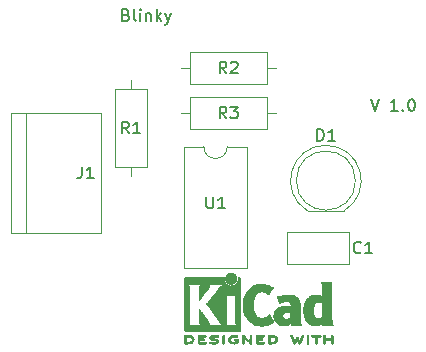
<source format=gbr>
%TF.GenerationSoftware,KiCad,Pcbnew,(6.0.6)*%
%TF.CreationDate,2022-08-06T13:42:41-04:00*%
%TF.ProjectId,Test,54657374-2e6b-4696-9361-645f70636258,rev?*%
%TF.SameCoordinates,Original*%
%TF.FileFunction,Legend,Top*%
%TF.FilePolarity,Positive*%
%FSLAX46Y46*%
G04 Gerber Fmt 4.6, Leading zero omitted, Abs format (unit mm)*
G04 Created by KiCad (PCBNEW (6.0.6)) date 2022-08-06 13:42:41*
%MOMM*%
%LPD*%
G01*
G04 APERTURE LIST*
%ADD10C,0.150000*%
%ADD11C,0.010000*%
%ADD12C,0.120000*%
G04 APERTURE END LIST*
D10*
X130175238Y-87717380D02*
X130508571Y-88717380D01*
X130841904Y-87717380D01*
X132460952Y-88717380D02*
X131889523Y-88717380D01*
X132175238Y-88717380D02*
X132175238Y-87717380D01*
X132080000Y-87860238D01*
X131984761Y-87955476D01*
X131889523Y-88003095D01*
X132889523Y-88622142D02*
X132937142Y-88669761D01*
X132889523Y-88717380D01*
X132841904Y-88669761D01*
X132889523Y-88622142D01*
X132889523Y-88717380D01*
X133556190Y-87717380D02*
X133651428Y-87717380D01*
X133746666Y-87765000D01*
X133794285Y-87812619D01*
X133841904Y-87907857D01*
X133889523Y-88098333D01*
X133889523Y-88336428D01*
X133841904Y-88526904D01*
X133794285Y-88622142D01*
X133746666Y-88669761D01*
X133651428Y-88717380D01*
X133556190Y-88717380D01*
X133460952Y-88669761D01*
X133413333Y-88622142D01*
X133365714Y-88526904D01*
X133318095Y-88336428D01*
X133318095Y-88098333D01*
X133365714Y-87907857D01*
X133413333Y-87812619D01*
X133460952Y-87765000D01*
X133556190Y-87717380D01*
X109458333Y-80573571D02*
X109601190Y-80621190D01*
X109648809Y-80668809D01*
X109696428Y-80764047D01*
X109696428Y-80906904D01*
X109648809Y-81002142D01*
X109601190Y-81049761D01*
X109505952Y-81097380D01*
X109125000Y-81097380D01*
X109125000Y-80097380D01*
X109458333Y-80097380D01*
X109553571Y-80145000D01*
X109601190Y-80192619D01*
X109648809Y-80287857D01*
X109648809Y-80383095D01*
X109601190Y-80478333D01*
X109553571Y-80525952D01*
X109458333Y-80573571D01*
X109125000Y-80573571D01*
X110267857Y-81097380D02*
X110172619Y-81049761D01*
X110125000Y-80954523D01*
X110125000Y-80097380D01*
X110648809Y-81097380D02*
X110648809Y-80430714D01*
X110648809Y-80097380D02*
X110601190Y-80145000D01*
X110648809Y-80192619D01*
X110696428Y-80145000D01*
X110648809Y-80097380D01*
X110648809Y-80192619D01*
X111125000Y-80430714D02*
X111125000Y-81097380D01*
X111125000Y-80525952D02*
X111172619Y-80478333D01*
X111267857Y-80430714D01*
X111410714Y-80430714D01*
X111505952Y-80478333D01*
X111553571Y-80573571D01*
X111553571Y-81097380D01*
X112029761Y-81097380D02*
X112029761Y-80097380D01*
X112125000Y-80716428D02*
X112410714Y-81097380D01*
X112410714Y-80430714D02*
X112029761Y-80811666D01*
X112744047Y-80430714D02*
X112982142Y-81097380D01*
X113220238Y-80430714D02*
X112982142Y-81097380D01*
X112886904Y-81335476D01*
X112839285Y-81383095D01*
X112744047Y-81430714D01*
%TO.C,U1*%
X116258095Y-95972380D02*
X116258095Y-96781904D01*
X116305714Y-96877142D01*
X116353333Y-96924761D01*
X116448571Y-96972380D01*
X116639047Y-96972380D01*
X116734285Y-96924761D01*
X116781904Y-96877142D01*
X116829523Y-96781904D01*
X116829523Y-95972380D01*
X117829523Y-96972380D02*
X117258095Y-96972380D01*
X117543809Y-96972380D02*
X117543809Y-95972380D01*
X117448571Y-96115238D01*
X117353333Y-96210476D01*
X117258095Y-96258095D01*
%TO.C,R3*%
X117943333Y-89352380D02*
X117610000Y-88876190D01*
X117371904Y-89352380D02*
X117371904Y-88352380D01*
X117752857Y-88352380D01*
X117848095Y-88400000D01*
X117895714Y-88447619D01*
X117943333Y-88542857D01*
X117943333Y-88685714D01*
X117895714Y-88780952D01*
X117848095Y-88828571D01*
X117752857Y-88876190D01*
X117371904Y-88876190D01*
X118276666Y-88352380D02*
X118895714Y-88352380D01*
X118562380Y-88733333D01*
X118705238Y-88733333D01*
X118800476Y-88780952D01*
X118848095Y-88828571D01*
X118895714Y-88923809D01*
X118895714Y-89161904D01*
X118848095Y-89257142D01*
X118800476Y-89304761D01*
X118705238Y-89352380D01*
X118419523Y-89352380D01*
X118324285Y-89304761D01*
X118276666Y-89257142D01*
%TO.C,R2*%
X117943333Y-85542380D02*
X117610000Y-85066190D01*
X117371904Y-85542380D02*
X117371904Y-84542380D01*
X117752857Y-84542380D01*
X117848095Y-84590000D01*
X117895714Y-84637619D01*
X117943333Y-84732857D01*
X117943333Y-84875714D01*
X117895714Y-84970952D01*
X117848095Y-85018571D01*
X117752857Y-85066190D01*
X117371904Y-85066190D01*
X118324285Y-84637619D02*
X118371904Y-84590000D01*
X118467142Y-84542380D01*
X118705238Y-84542380D01*
X118800476Y-84590000D01*
X118848095Y-84637619D01*
X118895714Y-84732857D01*
X118895714Y-84828095D01*
X118848095Y-84970952D01*
X118276666Y-85542380D01*
X118895714Y-85542380D01*
%TO.C,R1*%
X109688333Y-90622380D02*
X109355000Y-90146190D01*
X109116904Y-90622380D02*
X109116904Y-89622380D01*
X109497857Y-89622380D01*
X109593095Y-89670000D01*
X109640714Y-89717619D01*
X109688333Y-89812857D01*
X109688333Y-89955714D01*
X109640714Y-90050952D01*
X109593095Y-90098571D01*
X109497857Y-90146190D01*
X109116904Y-90146190D01*
X110640714Y-90622380D02*
X110069285Y-90622380D01*
X110355000Y-90622380D02*
X110355000Y-89622380D01*
X110259761Y-89765238D01*
X110164523Y-89860476D01*
X110069285Y-89908095D01*
%TO.C,J1*%
X105711666Y-93432380D02*
X105711666Y-94146666D01*
X105664047Y-94289523D01*
X105568809Y-94384761D01*
X105425952Y-94432380D01*
X105330714Y-94432380D01*
X106711666Y-94432380D02*
X106140238Y-94432380D01*
X106425952Y-94432380D02*
X106425952Y-93432380D01*
X106330714Y-93575238D01*
X106235476Y-93670476D01*
X106140238Y-93718095D01*
%TO.C,D1*%
X125626904Y-91257380D02*
X125626904Y-90257380D01*
X125865000Y-90257380D01*
X126007857Y-90305000D01*
X126103095Y-90400238D01*
X126150714Y-90495476D01*
X126198333Y-90685952D01*
X126198333Y-90828809D01*
X126150714Y-91019285D01*
X126103095Y-91114523D01*
X126007857Y-91209761D01*
X125865000Y-91257380D01*
X125626904Y-91257380D01*
X127150714Y-91257380D02*
X126579285Y-91257380D01*
X126865000Y-91257380D02*
X126865000Y-90257380D01*
X126769761Y-90400238D01*
X126674523Y-90495476D01*
X126579285Y-90543095D01*
%TO.C,C1*%
X129333333Y-100687142D02*
X129285714Y-100734761D01*
X129142857Y-100782380D01*
X129047619Y-100782380D01*
X128904761Y-100734761D01*
X128809523Y-100639523D01*
X128761904Y-100544285D01*
X128714285Y-100353809D01*
X128714285Y-100210952D01*
X128761904Y-100020476D01*
X128809523Y-99925238D01*
X128904761Y-99830000D01*
X129047619Y-99782380D01*
X129142857Y-99782380D01*
X129285714Y-99830000D01*
X129333333Y-99877619D01*
X130285714Y-100782380D02*
X129714285Y-100782380D01*
X130000000Y-100782380D02*
X130000000Y-99782380D01*
X129904761Y-99925238D01*
X129809523Y-100020476D01*
X129714285Y-100068095D01*
%TO.C,REF\u002A\u002A*%
G36*
X124493802Y-105244059D02*
G01*
X124529786Y-105065332D01*
X124579759Y-104903845D01*
X124643668Y-104759726D01*
X124721462Y-104633106D01*
X124813089Y-104524115D01*
X124918497Y-104432883D01*
X124963662Y-104401932D01*
X125064611Y-104345785D01*
X125167901Y-104306174D01*
X125277989Y-104282014D01*
X125399330Y-104272219D01*
X125491836Y-104273265D01*
X125621490Y-104284231D01*
X125734084Y-104306046D01*
X125832875Y-104339714D01*
X125921121Y-104386236D01*
X125969986Y-104420448D01*
X125999353Y-104442362D01*
X126021043Y-104457333D01*
X126029253Y-104461733D01*
X126030868Y-104450904D01*
X126032159Y-104420251D01*
X126033138Y-104372526D01*
X126033817Y-104310479D01*
X126034210Y-104236862D01*
X126034330Y-104154427D01*
X126034188Y-104065925D01*
X126033797Y-103974107D01*
X126033171Y-103881724D01*
X126032320Y-103791528D01*
X126031260Y-103706271D01*
X126030001Y-103628703D01*
X126028556Y-103561576D01*
X126026938Y-103507641D01*
X126025161Y-103469650D01*
X126024669Y-103462667D01*
X126017092Y-103392251D01*
X126005531Y-103337102D01*
X125987792Y-103289981D01*
X125961682Y-103243647D01*
X125955415Y-103234067D01*
X125930983Y-103197378D01*
X126836311Y-103197378D01*
X126836507Y-104882245D01*
X126836526Y-105116662D01*
X126836552Y-105329603D01*
X126836625Y-105522168D01*
X126836782Y-105695459D01*
X126837064Y-105850576D01*
X126837509Y-105988620D01*
X126838156Y-106110692D01*
X126839045Y-106217894D01*
X126840213Y-106311326D01*
X126841701Y-106392090D01*
X126843546Y-106461286D01*
X126845789Y-106520015D01*
X126848469Y-106569379D01*
X126851623Y-106610478D01*
X126855292Y-106644413D01*
X126859513Y-106672286D01*
X126864327Y-106695198D01*
X126869773Y-106714249D01*
X126875888Y-106730540D01*
X126882712Y-106745173D01*
X126890285Y-106759249D01*
X126898645Y-106773868D01*
X126903839Y-106782974D01*
X126938104Y-106843689D01*
X126079955Y-106843689D01*
X126079955Y-106747733D01*
X126079224Y-106704370D01*
X126077272Y-106671205D01*
X126074463Y-106653424D01*
X126073221Y-106651778D01*
X126061799Y-106658662D01*
X126039084Y-106676505D01*
X126016385Y-106695879D01*
X125961800Y-106736614D01*
X125892321Y-106777617D01*
X125815270Y-106815123D01*
X125737965Y-106845364D01*
X125707113Y-106855012D01*
X125638616Y-106869578D01*
X125555764Y-106879539D01*
X125466371Y-106884583D01*
X125378248Y-106884396D01*
X125299207Y-106878666D01*
X125261511Y-106872858D01*
X125123414Y-106834797D01*
X124996113Y-106777073D01*
X124880292Y-106700211D01*
X124776637Y-106604739D01*
X124685833Y-106491179D01*
X124619031Y-106380381D01*
X124564164Y-106263625D01*
X124522163Y-106144276D01*
X124492167Y-106018283D01*
X124473311Y-105881594D01*
X124464732Y-105730158D01*
X124464006Y-105652711D01*
X124466100Y-105595934D01*
X125295217Y-105595934D01*
X125295424Y-105689002D01*
X125298337Y-105776692D01*
X125304000Y-105853772D01*
X125312455Y-105915009D01*
X125315038Y-105927350D01*
X125346840Y-106034633D01*
X125388498Y-106121658D01*
X125440363Y-106188642D01*
X125502781Y-106235805D01*
X125576100Y-106263365D01*
X125660669Y-106271541D01*
X125756835Y-106260551D01*
X125820311Y-106244829D01*
X125869454Y-106226639D01*
X125923583Y-106200791D01*
X125964244Y-106177089D01*
X126034800Y-106130721D01*
X126034800Y-104980530D01*
X125967392Y-104936962D01*
X125888867Y-104896040D01*
X125804681Y-104869389D01*
X125719557Y-104857465D01*
X125638216Y-104860722D01*
X125565380Y-104879615D01*
X125533426Y-104895184D01*
X125475501Y-104938181D01*
X125426544Y-104994953D01*
X125385390Y-105067575D01*
X125350874Y-105158121D01*
X125321833Y-105268666D01*
X125320552Y-105274533D01*
X125310381Y-105336788D01*
X125302739Y-105414594D01*
X125297670Y-105502720D01*
X125295217Y-105595934D01*
X124466100Y-105595934D01*
X124471857Y-105439895D01*
X124493802Y-105244059D01*
G37*
D11*
X124493802Y-105244059D02*
X124529786Y-105065332D01*
X124579759Y-104903845D01*
X124643668Y-104759726D01*
X124721462Y-104633106D01*
X124813089Y-104524115D01*
X124918497Y-104432883D01*
X124963662Y-104401932D01*
X125064611Y-104345785D01*
X125167901Y-104306174D01*
X125277989Y-104282014D01*
X125399330Y-104272219D01*
X125491836Y-104273265D01*
X125621490Y-104284231D01*
X125734084Y-104306046D01*
X125832875Y-104339714D01*
X125921121Y-104386236D01*
X125969986Y-104420448D01*
X125999353Y-104442362D01*
X126021043Y-104457333D01*
X126029253Y-104461733D01*
X126030868Y-104450904D01*
X126032159Y-104420251D01*
X126033138Y-104372526D01*
X126033817Y-104310479D01*
X126034210Y-104236862D01*
X126034330Y-104154427D01*
X126034188Y-104065925D01*
X126033797Y-103974107D01*
X126033171Y-103881724D01*
X126032320Y-103791528D01*
X126031260Y-103706271D01*
X126030001Y-103628703D01*
X126028556Y-103561576D01*
X126026938Y-103507641D01*
X126025161Y-103469650D01*
X126024669Y-103462667D01*
X126017092Y-103392251D01*
X126005531Y-103337102D01*
X125987792Y-103289981D01*
X125961682Y-103243647D01*
X125955415Y-103234067D01*
X125930983Y-103197378D01*
X126836311Y-103197378D01*
X126836507Y-104882245D01*
X126836526Y-105116662D01*
X126836552Y-105329603D01*
X126836625Y-105522168D01*
X126836782Y-105695459D01*
X126837064Y-105850576D01*
X126837509Y-105988620D01*
X126838156Y-106110692D01*
X126839045Y-106217894D01*
X126840213Y-106311326D01*
X126841701Y-106392090D01*
X126843546Y-106461286D01*
X126845789Y-106520015D01*
X126848469Y-106569379D01*
X126851623Y-106610478D01*
X126855292Y-106644413D01*
X126859513Y-106672286D01*
X126864327Y-106695198D01*
X126869773Y-106714249D01*
X126875888Y-106730540D01*
X126882712Y-106745173D01*
X126890285Y-106759249D01*
X126898645Y-106773868D01*
X126903839Y-106782974D01*
X126938104Y-106843689D01*
X126079955Y-106843689D01*
X126079955Y-106747733D01*
X126079224Y-106704370D01*
X126077272Y-106671205D01*
X126074463Y-106653424D01*
X126073221Y-106651778D01*
X126061799Y-106658662D01*
X126039084Y-106676505D01*
X126016385Y-106695879D01*
X125961800Y-106736614D01*
X125892321Y-106777617D01*
X125815270Y-106815123D01*
X125737965Y-106845364D01*
X125707113Y-106855012D01*
X125638616Y-106869578D01*
X125555764Y-106879539D01*
X125466371Y-106884583D01*
X125378248Y-106884396D01*
X125299207Y-106878666D01*
X125261511Y-106872858D01*
X125123414Y-106834797D01*
X124996113Y-106777073D01*
X124880292Y-106700211D01*
X124776637Y-106604739D01*
X124685833Y-106491179D01*
X124619031Y-106380381D01*
X124564164Y-106263625D01*
X124522163Y-106144276D01*
X124492167Y-106018283D01*
X124473311Y-105881594D01*
X124464732Y-105730158D01*
X124464006Y-105652711D01*
X124466100Y-105595934D01*
X125295217Y-105595934D01*
X125295424Y-105689002D01*
X125298337Y-105776692D01*
X125304000Y-105853772D01*
X125312455Y-105915009D01*
X125315038Y-105927350D01*
X125346840Y-106034633D01*
X125388498Y-106121658D01*
X125440363Y-106188642D01*
X125502781Y-106235805D01*
X125576100Y-106263365D01*
X125660669Y-106271541D01*
X125756835Y-106260551D01*
X125820311Y-106244829D01*
X125869454Y-106226639D01*
X125923583Y-106200791D01*
X125964244Y-106177089D01*
X126034800Y-106130721D01*
X126034800Y-104980530D01*
X125967392Y-104936962D01*
X125888867Y-104896040D01*
X125804681Y-104869389D01*
X125719557Y-104857465D01*
X125638216Y-104860722D01*
X125565380Y-104879615D01*
X125533426Y-104895184D01*
X125475501Y-104938181D01*
X125426544Y-104994953D01*
X125385390Y-105067575D01*
X125350874Y-105158121D01*
X125321833Y-105268666D01*
X125320552Y-105274533D01*
X125310381Y-105336788D01*
X125302739Y-105414594D01*
X125297670Y-105502720D01*
X125295217Y-105595934D01*
X124466100Y-105595934D01*
X124471857Y-105439895D01*
X124493802Y-105244059D01*
G36*
X125613065Y-107679163D02*
G01*
X125691772Y-107679542D01*
X125752863Y-107680333D01*
X125798817Y-107681670D01*
X125832114Y-107683683D01*
X125855236Y-107686506D01*
X125870662Y-107690269D01*
X125880871Y-107695105D01*
X125885813Y-107698822D01*
X125911457Y-107731358D01*
X125914559Y-107765138D01*
X125898711Y-107795826D01*
X125888348Y-107808089D01*
X125877196Y-107816450D01*
X125861035Y-107821657D01*
X125835642Y-107824457D01*
X125796798Y-107825596D01*
X125740280Y-107825821D01*
X125729180Y-107825822D01*
X125583244Y-107825822D01*
X125583244Y-108096756D01*
X125583148Y-108182154D01*
X125582711Y-108247864D01*
X125581712Y-108296774D01*
X125579928Y-108331773D01*
X125577137Y-108355749D01*
X125573117Y-108371593D01*
X125567645Y-108382191D01*
X125560666Y-108390267D01*
X125527734Y-108410112D01*
X125493354Y-108408548D01*
X125462176Y-108385906D01*
X125459886Y-108383100D01*
X125452429Y-108372492D01*
X125446747Y-108360081D01*
X125442601Y-108342850D01*
X125439750Y-108317784D01*
X125437954Y-108281867D01*
X125436972Y-108232083D01*
X125436564Y-108165417D01*
X125436489Y-108089589D01*
X125436489Y-107825822D01*
X125297127Y-107825822D01*
X125237322Y-107825418D01*
X125195918Y-107823840D01*
X125168748Y-107820547D01*
X125151646Y-107814992D01*
X125140443Y-107806631D01*
X125139083Y-107805178D01*
X125122725Y-107771939D01*
X125124172Y-107734362D01*
X125142978Y-107701645D01*
X125150250Y-107695298D01*
X125159627Y-107690266D01*
X125173609Y-107686396D01*
X125194696Y-107683537D01*
X125225389Y-107681535D01*
X125268189Y-107680239D01*
X125325595Y-107679498D01*
X125400110Y-107679158D01*
X125494233Y-107679068D01*
X125514260Y-107679067D01*
X125613065Y-107679163D01*
G37*
X125613065Y-107679163D02*
X125691772Y-107679542D01*
X125752863Y-107680333D01*
X125798817Y-107681670D01*
X125832114Y-107683683D01*
X125855236Y-107686506D01*
X125870662Y-107690269D01*
X125880871Y-107695105D01*
X125885813Y-107698822D01*
X125911457Y-107731358D01*
X125914559Y-107765138D01*
X125898711Y-107795826D01*
X125888348Y-107808089D01*
X125877196Y-107816450D01*
X125861035Y-107821657D01*
X125835642Y-107824457D01*
X125796798Y-107825596D01*
X125740280Y-107825821D01*
X125729180Y-107825822D01*
X125583244Y-107825822D01*
X125583244Y-108096756D01*
X125583148Y-108182154D01*
X125582711Y-108247864D01*
X125581712Y-108296774D01*
X125579928Y-108331773D01*
X125577137Y-108355749D01*
X125573117Y-108371593D01*
X125567645Y-108382191D01*
X125560666Y-108390267D01*
X125527734Y-108410112D01*
X125493354Y-108408548D01*
X125462176Y-108385906D01*
X125459886Y-108383100D01*
X125452429Y-108372492D01*
X125446747Y-108360081D01*
X125442601Y-108342850D01*
X125439750Y-108317784D01*
X125437954Y-108281867D01*
X125436972Y-108232083D01*
X125436564Y-108165417D01*
X125436489Y-108089589D01*
X125436489Y-107825822D01*
X125297127Y-107825822D01*
X125237322Y-107825418D01*
X125195918Y-107823840D01*
X125168748Y-107820547D01*
X125151646Y-107814992D01*
X125140443Y-107806631D01*
X125139083Y-107805178D01*
X125122725Y-107771939D01*
X125124172Y-107734362D01*
X125142978Y-107701645D01*
X125150250Y-107695298D01*
X125159627Y-107690266D01*
X125173609Y-107686396D01*
X125194696Y-107683537D01*
X125225389Y-107681535D01*
X125268189Y-107680239D01*
X125325595Y-107679498D01*
X125400110Y-107679158D01*
X125494233Y-107679068D01*
X125514260Y-107679067D01*
X125613065Y-107679163D01*
G36*
X114379002Y-107755055D02*
G01*
X114387170Y-107721778D01*
X114400444Y-107699759D01*
X114420026Y-107686739D01*
X114447117Y-107680457D01*
X114482918Y-107678653D01*
X114528629Y-107679066D01*
X114568111Y-107679467D01*
X114683800Y-107682259D01*
X114780689Y-107690550D01*
X114862081Y-107705232D01*
X114931277Y-107727193D01*
X114991580Y-107757322D01*
X115046292Y-107796510D01*
X115065833Y-107813532D01*
X115098250Y-107853363D01*
X115127480Y-107907413D01*
X115150009Y-107967323D01*
X115162321Y-108024739D01*
X115163600Y-108045956D01*
X115155583Y-108104769D01*
X115134101Y-108169013D01*
X115103001Y-108229821D01*
X115066134Y-108278330D01*
X115060146Y-108284182D01*
X115009421Y-108325321D01*
X114953875Y-108357435D01*
X114890304Y-108381365D01*
X114815506Y-108397953D01*
X114726278Y-108408041D01*
X114619418Y-108412469D01*
X114570472Y-108412845D01*
X114508238Y-108412545D01*
X114464472Y-108411292D01*
X114435069Y-108408554D01*
X114415921Y-108403801D01*
X114402923Y-108396501D01*
X114395955Y-108390267D01*
X114389374Y-108382694D01*
X114384212Y-108372924D01*
X114380297Y-108358340D01*
X114377457Y-108336326D01*
X114375520Y-108304264D01*
X114374492Y-108266089D01*
X114520133Y-108266089D01*
X114613266Y-108266004D01*
X114669307Y-108264396D01*
X114728001Y-108260256D01*
X114776972Y-108254464D01*
X114778462Y-108254226D01*
X114857608Y-108235090D01*
X114918998Y-108205287D01*
X114965695Y-108162878D01*
X114995365Y-108116961D01*
X115013647Y-108066026D01*
X115012229Y-108018200D01*
X114991012Y-107966933D01*
X114949511Y-107913899D01*
X114892002Y-107874600D01*
X114817250Y-107848331D01*
X114767292Y-107839035D01*
X114710584Y-107832507D01*
X114650481Y-107827782D01*
X114599361Y-107825817D01*
X114596333Y-107825808D01*
X114520133Y-107825822D01*
X114520133Y-108266089D01*
X114374492Y-108266089D01*
X114374316Y-108259536D01*
X114373672Y-108199526D01*
X114373417Y-108121617D01*
X114373378Y-108045956D01*
X114373130Y-107945041D01*
X114373183Y-107864427D01*
X114374143Y-107825822D01*
X114374740Y-107801851D01*
X114379002Y-107755055D01*
G37*
X114379002Y-107755055D02*
X114387170Y-107721778D01*
X114400444Y-107699759D01*
X114420026Y-107686739D01*
X114447117Y-107680457D01*
X114482918Y-107678653D01*
X114528629Y-107679066D01*
X114568111Y-107679467D01*
X114683800Y-107682259D01*
X114780689Y-107690550D01*
X114862081Y-107705232D01*
X114931277Y-107727193D01*
X114991580Y-107757322D01*
X115046292Y-107796510D01*
X115065833Y-107813532D01*
X115098250Y-107853363D01*
X115127480Y-107907413D01*
X115150009Y-107967323D01*
X115162321Y-108024739D01*
X115163600Y-108045956D01*
X115155583Y-108104769D01*
X115134101Y-108169013D01*
X115103001Y-108229821D01*
X115066134Y-108278330D01*
X115060146Y-108284182D01*
X115009421Y-108325321D01*
X114953875Y-108357435D01*
X114890304Y-108381365D01*
X114815506Y-108397953D01*
X114726278Y-108408041D01*
X114619418Y-108412469D01*
X114570472Y-108412845D01*
X114508238Y-108412545D01*
X114464472Y-108411292D01*
X114435069Y-108408554D01*
X114415921Y-108403801D01*
X114402923Y-108396501D01*
X114395955Y-108390267D01*
X114389374Y-108382694D01*
X114384212Y-108372924D01*
X114380297Y-108358340D01*
X114377457Y-108336326D01*
X114375520Y-108304264D01*
X114374492Y-108266089D01*
X114520133Y-108266089D01*
X114613266Y-108266004D01*
X114669307Y-108264396D01*
X114728001Y-108260256D01*
X114776972Y-108254464D01*
X114778462Y-108254226D01*
X114857608Y-108235090D01*
X114918998Y-108205287D01*
X114965695Y-108162878D01*
X114995365Y-108116961D01*
X115013647Y-108066026D01*
X115012229Y-108018200D01*
X114991012Y-107966933D01*
X114949511Y-107913899D01*
X114892002Y-107874600D01*
X114817250Y-107848331D01*
X114767292Y-107839035D01*
X114710584Y-107832507D01*
X114650481Y-107827782D01*
X114599361Y-107825817D01*
X114596333Y-107825808D01*
X114520133Y-107825822D01*
X114520133Y-108266089D01*
X114374492Y-108266089D01*
X114374316Y-108259536D01*
X114373672Y-108199526D01*
X114373417Y-108121617D01*
X114373378Y-108045956D01*
X114373130Y-107945041D01*
X114373183Y-107864427D01*
X114374143Y-107825822D01*
X114374740Y-107801851D01*
X114379002Y-107755055D01*
G36*
X124394665Y-107681034D02*
G01*
X124414255Y-107688035D01*
X124415010Y-107688377D01*
X124441613Y-107708678D01*
X124456270Y-107729561D01*
X124459138Y-107739352D01*
X124458996Y-107752361D01*
X124454961Y-107770895D01*
X124446146Y-107797257D01*
X124431669Y-107833752D01*
X124410645Y-107882687D01*
X124382188Y-107946365D01*
X124345415Y-108027093D01*
X124325175Y-108071216D01*
X124288625Y-108149985D01*
X124254315Y-108222423D01*
X124223552Y-108285880D01*
X124197648Y-108337708D01*
X124177910Y-108375259D01*
X124165650Y-108395884D01*
X124163224Y-108398733D01*
X124132183Y-108411302D01*
X124097121Y-108409619D01*
X124069000Y-108394332D01*
X124067854Y-108393089D01*
X124056668Y-108376154D01*
X124037904Y-108343170D01*
X124013875Y-108298380D01*
X123986897Y-108246032D01*
X123977201Y-108226742D01*
X123904014Y-108080150D01*
X123824240Y-108239393D01*
X123795767Y-108294415D01*
X123769350Y-108342132D01*
X123747148Y-108378893D01*
X123731319Y-108401044D01*
X123725954Y-108405741D01*
X123684257Y-108412102D01*
X123649849Y-108398733D01*
X123639728Y-108384446D01*
X123622214Y-108352692D01*
X123598735Y-108306597D01*
X123570720Y-108249285D01*
X123539599Y-108183880D01*
X123506799Y-108113507D01*
X123473750Y-108041291D01*
X123441881Y-107970355D01*
X123412619Y-107903825D01*
X123387395Y-107844826D01*
X123367636Y-107796481D01*
X123354772Y-107761915D01*
X123350231Y-107744253D01*
X123350277Y-107743613D01*
X123361326Y-107721388D01*
X123383410Y-107698753D01*
X123384710Y-107697768D01*
X123411853Y-107682425D01*
X123436958Y-107682574D01*
X123446368Y-107685466D01*
X123457834Y-107691718D01*
X123470010Y-107704014D01*
X123484357Y-107724908D01*
X123502336Y-107756949D01*
X123525407Y-107802688D01*
X123555030Y-107864677D01*
X123581745Y-107921898D01*
X123612480Y-107988226D01*
X123640021Y-108047874D01*
X123662938Y-108097725D01*
X123679798Y-108134664D01*
X123689173Y-108155573D01*
X123690540Y-108158845D01*
X123696689Y-108153497D01*
X123710822Y-108131109D01*
X123731057Y-108094946D01*
X123755515Y-108048277D01*
X123765248Y-108029022D01*
X123798217Y-107964004D01*
X123823643Y-107916654D01*
X123843612Y-107884219D01*
X123860210Y-107863946D01*
X123875524Y-107853082D01*
X123891640Y-107848875D01*
X123902143Y-107848400D01*
X123920670Y-107850042D01*
X123936904Y-107856831D01*
X123953035Y-107871566D01*
X123971251Y-107897044D01*
X123993739Y-107936061D01*
X124022689Y-107991414D01*
X124038662Y-108022903D01*
X124064570Y-108073087D01*
X124087167Y-108114704D01*
X124104458Y-108144242D01*
X124114450Y-108158189D01*
X124115809Y-108158770D01*
X124122261Y-108147793D01*
X124136708Y-108119290D01*
X124157703Y-108076244D01*
X124183797Y-108021638D01*
X124213546Y-107958454D01*
X124228180Y-107927071D01*
X124266250Y-107846078D01*
X124296905Y-107783756D01*
X124321737Y-107738071D01*
X124342337Y-107706989D01*
X124360298Y-107688478D01*
X124377210Y-107680504D01*
X124394665Y-107681034D01*
G37*
X124394665Y-107681034D02*
X124414255Y-107688035D01*
X124415010Y-107688377D01*
X124441613Y-107708678D01*
X124456270Y-107729561D01*
X124459138Y-107739352D01*
X124458996Y-107752361D01*
X124454961Y-107770895D01*
X124446146Y-107797257D01*
X124431669Y-107833752D01*
X124410645Y-107882687D01*
X124382188Y-107946365D01*
X124345415Y-108027093D01*
X124325175Y-108071216D01*
X124288625Y-108149985D01*
X124254315Y-108222423D01*
X124223552Y-108285880D01*
X124197648Y-108337708D01*
X124177910Y-108375259D01*
X124165650Y-108395884D01*
X124163224Y-108398733D01*
X124132183Y-108411302D01*
X124097121Y-108409619D01*
X124069000Y-108394332D01*
X124067854Y-108393089D01*
X124056668Y-108376154D01*
X124037904Y-108343170D01*
X124013875Y-108298380D01*
X123986897Y-108246032D01*
X123977201Y-108226742D01*
X123904014Y-108080150D01*
X123824240Y-108239393D01*
X123795767Y-108294415D01*
X123769350Y-108342132D01*
X123747148Y-108378893D01*
X123731319Y-108401044D01*
X123725954Y-108405741D01*
X123684257Y-108412102D01*
X123649849Y-108398733D01*
X123639728Y-108384446D01*
X123622214Y-108352692D01*
X123598735Y-108306597D01*
X123570720Y-108249285D01*
X123539599Y-108183880D01*
X123506799Y-108113507D01*
X123473750Y-108041291D01*
X123441881Y-107970355D01*
X123412619Y-107903825D01*
X123387395Y-107844826D01*
X123367636Y-107796481D01*
X123354772Y-107761915D01*
X123350231Y-107744253D01*
X123350277Y-107743613D01*
X123361326Y-107721388D01*
X123383410Y-107698753D01*
X123384710Y-107697768D01*
X123411853Y-107682425D01*
X123436958Y-107682574D01*
X123446368Y-107685466D01*
X123457834Y-107691718D01*
X123470010Y-107704014D01*
X123484357Y-107724908D01*
X123502336Y-107756949D01*
X123525407Y-107802688D01*
X123555030Y-107864677D01*
X123581745Y-107921898D01*
X123612480Y-107988226D01*
X123640021Y-108047874D01*
X123662938Y-108097725D01*
X123679798Y-108134664D01*
X123689173Y-108155573D01*
X123690540Y-108158845D01*
X123696689Y-108153497D01*
X123710822Y-108131109D01*
X123731057Y-108094946D01*
X123755515Y-108048277D01*
X123765248Y-108029022D01*
X123798217Y-107964004D01*
X123823643Y-107916654D01*
X123843612Y-107884219D01*
X123860210Y-107863946D01*
X123875524Y-107853082D01*
X123891640Y-107848875D01*
X123902143Y-107848400D01*
X123920670Y-107850042D01*
X123936904Y-107856831D01*
X123953035Y-107871566D01*
X123971251Y-107897044D01*
X123993739Y-107936061D01*
X124022689Y-107991414D01*
X124038662Y-108022903D01*
X124064570Y-108073087D01*
X124087167Y-108114704D01*
X124104458Y-108144242D01*
X124114450Y-108158189D01*
X124115809Y-108158770D01*
X124122261Y-108147793D01*
X124136708Y-108119290D01*
X124157703Y-108076244D01*
X124183797Y-108021638D01*
X124213546Y-107958454D01*
X124228180Y-107927071D01*
X124266250Y-107846078D01*
X124296905Y-107783756D01*
X124321737Y-107738071D01*
X124342337Y-107706989D01*
X124360298Y-107688478D01*
X124377210Y-107680504D01*
X124394665Y-107681034D01*
G36*
X117703600Y-102899054D02*
G01*
X117714465Y-103012993D01*
X117746082Y-103120616D01*
X117796985Y-103219615D01*
X117865707Y-103307684D01*
X117950781Y-103382516D01*
X118047768Y-103440384D01*
X118154036Y-103480005D01*
X118261050Y-103498573D01*
X118366700Y-103497434D01*
X118468875Y-103477930D01*
X118565466Y-103441406D01*
X118654362Y-103389205D01*
X118733454Y-103322673D01*
X118800631Y-103243152D01*
X118853783Y-103151987D01*
X118890801Y-103050523D01*
X118909573Y-102940102D01*
X118911511Y-102890206D01*
X118911511Y-102802267D01*
X118963440Y-102802267D01*
X118999747Y-102805111D01*
X119026645Y-102816911D01*
X119053751Y-102840649D01*
X119092133Y-102879031D01*
X119092133Y-105070602D01*
X119092124Y-105332739D01*
X119092092Y-105573241D01*
X119092028Y-105793048D01*
X119091924Y-105993101D01*
X119091773Y-106174344D01*
X119091566Y-106337716D01*
X119091294Y-106484160D01*
X119090950Y-106614617D01*
X119090526Y-106730029D01*
X119090013Y-106831338D01*
X119089403Y-106919484D01*
X119088688Y-106995410D01*
X119087860Y-107060057D01*
X119086911Y-107114367D01*
X119085833Y-107159280D01*
X119084617Y-107195740D01*
X119083255Y-107224687D01*
X119081739Y-107247063D01*
X119080062Y-107263809D01*
X119078214Y-107275868D01*
X119076187Y-107284180D01*
X119073975Y-107289687D01*
X119072892Y-107291537D01*
X119068729Y-107298549D01*
X119065195Y-107304996D01*
X119061365Y-107310900D01*
X119056318Y-107316286D01*
X119049129Y-107321178D01*
X119038877Y-107325598D01*
X119024636Y-107329572D01*
X119005486Y-107333121D01*
X118980501Y-107336270D01*
X118948760Y-107339042D01*
X118909338Y-107341461D01*
X118861314Y-107343551D01*
X118803763Y-107345335D01*
X118735763Y-107346837D01*
X118656390Y-107348080D01*
X118564721Y-107349089D01*
X118459834Y-107349885D01*
X118340804Y-107350494D01*
X118206710Y-107350939D01*
X118056627Y-107351243D01*
X117889633Y-107351430D01*
X117704804Y-107351524D01*
X117501217Y-107351548D01*
X117277950Y-107351525D01*
X117034078Y-107351480D01*
X116768679Y-107351437D01*
X116730296Y-107351432D01*
X116463318Y-107351389D01*
X116217998Y-107351318D01*
X115993417Y-107351213D01*
X115788655Y-107351066D01*
X115602794Y-107350869D01*
X115434912Y-107350616D01*
X115284092Y-107350300D01*
X115149413Y-107349913D01*
X115029956Y-107349447D01*
X114924801Y-107348897D01*
X114833029Y-107348253D01*
X114753721Y-107347511D01*
X114685957Y-107346661D01*
X114628818Y-107345697D01*
X114581383Y-107344611D01*
X114542734Y-107343397D01*
X114511951Y-107342047D01*
X114488115Y-107340555D01*
X114470306Y-107338911D01*
X114457605Y-107337111D01*
X114449092Y-107335145D01*
X114444734Y-107333477D01*
X114436272Y-107329906D01*
X114428503Y-107327270D01*
X114421398Y-107324634D01*
X114414927Y-107321062D01*
X114409061Y-107315621D01*
X114403771Y-107307375D01*
X114399026Y-107295390D01*
X114394798Y-107278731D01*
X114391057Y-107256463D01*
X114387773Y-107227652D01*
X114384917Y-107191363D01*
X114382460Y-107146661D01*
X114380371Y-107092611D01*
X114378622Y-107028279D01*
X114377183Y-106952730D01*
X114376024Y-106865030D01*
X114375117Y-106764243D01*
X114374431Y-106649434D01*
X114373937Y-106519670D01*
X114373605Y-106374015D01*
X114373407Y-106211535D01*
X114373313Y-106031295D01*
X114373292Y-105832360D01*
X114373315Y-105613796D01*
X114373354Y-105374668D01*
X114373378Y-105114040D01*
X114373378Y-105071889D01*
X114373364Y-104808992D01*
X114373339Y-104567732D01*
X114373329Y-104347165D01*
X114373358Y-104146352D01*
X114373452Y-103964349D01*
X114373638Y-103800216D01*
X114373941Y-103653011D01*
X114374386Y-103521792D01*
X114374966Y-103411867D01*
X114677803Y-103411867D01*
X114717593Y-103469711D01*
X114728764Y-103485479D01*
X114738834Y-103499441D01*
X114747862Y-103512784D01*
X114755903Y-103526693D01*
X114763014Y-103542356D01*
X114769253Y-103560958D01*
X114774675Y-103583686D01*
X114779338Y-103611727D01*
X114783299Y-103646267D01*
X114786615Y-103688492D01*
X114789341Y-103739589D01*
X114791536Y-103800744D01*
X114793255Y-103873144D01*
X114794556Y-103957975D01*
X114795495Y-104056422D01*
X114796130Y-104169674D01*
X114796516Y-104298916D01*
X114796712Y-104445334D01*
X114796773Y-104610116D01*
X114796757Y-104794447D01*
X114796720Y-104999513D01*
X114796711Y-105122133D01*
X114796735Y-105339082D01*
X114796769Y-105534642D01*
X114796757Y-105709999D01*
X114796642Y-105866341D01*
X114796370Y-106004857D01*
X114795882Y-106126734D01*
X114795124Y-106233160D01*
X114794038Y-106325322D01*
X114792569Y-106404409D01*
X114790660Y-106471608D01*
X114788256Y-106528107D01*
X114785299Y-106575093D01*
X114781734Y-106613755D01*
X114777505Y-106645280D01*
X114772554Y-106670855D01*
X114766827Y-106691670D01*
X114760267Y-106708911D01*
X114752817Y-106723765D01*
X114744421Y-106737422D01*
X114735024Y-106751069D01*
X114724568Y-106765893D01*
X114718477Y-106774783D01*
X114679704Y-106832400D01*
X115211268Y-106832400D01*
X115334517Y-106832365D01*
X115437013Y-106832215D01*
X115520580Y-106831878D01*
X115587044Y-106831286D01*
X115638229Y-106830367D01*
X115675959Y-106829051D01*
X115702060Y-106827269D01*
X115718356Y-106824951D01*
X115726672Y-106822026D01*
X115728832Y-106818424D01*
X115726661Y-106814075D01*
X115725465Y-106812645D01*
X115700315Y-106775573D01*
X115674417Y-106722772D01*
X115650808Y-106660770D01*
X115642539Y-106634357D01*
X115637922Y-106616416D01*
X115634021Y-106595355D01*
X115630752Y-106569089D01*
X115628034Y-106535532D01*
X115625785Y-106492599D01*
X115623923Y-106438204D01*
X115622364Y-106370262D01*
X115621028Y-106286688D01*
X115619831Y-106185395D01*
X115618692Y-106064300D01*
X115618315Y-106019600D01*
X115617298Y-105894449D01*
X115616540Y-105790082D01*
X115616097Y-105704707D01*
X115616030Y-105636533D01*
X115616395Y-105583765D01*
X115617252Y-105544614D01*
X115618659Y-105517285D01*
X115620675Y-105499986D01*
X115623357Y-105490926D01*
X115626764Y-105488312D01*
X115630956Y-105490351D01*
X115635429Y-105494667D01*
X115645784Y-105507602D01*
X115667842Y-105536676D01*
X115700043Y-105579759D01*
X115740826Y-105634718D01*
X115788630Y-105699423D01*
X115841895Y-105771742D01*
X115899060Y-105849544D01*
X115958563Y-105930698D01*
X116018845Y-106013072D01*
X116078345Y-106094536D01*
X116135502Y-106172957D01*
X116188755Y-106246204D01*
X116236543Y-106312147D01*
X116277307Y-106368654D01*
X116309484Y-106413593D01*
X116331515Y-106444834D01*
X116336083Y-106451466D01*
X116359004Y-106488369D01*
X116385812Y-106536359D01*
X116411211Y-106585897D01*
X116414432Y-106592577D01*
X116436110Y-106640772D01*
X116448696Y-106678334D01*
X116454426Y-106714160D01*
X116455544Y-106756200D01*
X116454910Y-106832400D01*
X117609349Y-106832400D01*
X117518185Y-106738669D01*
X117471388Y-106688775D01*
X117421101Y-106632295D01*
X117375056Y-106578026D01*
X117354631Y-106552673D01*
X117324193Y-106513128D01*
X117284138Y-106459916D01*
X117235639Y-106394667D01*
X117179865Y-106319011D01*
X117117989Y-106234577D01*
X117051181Y-106142994D01*
X116980613Y-106045892D01*
X116907455Y-105944901D01*
X116832879Y-105841650D01*
X116758056Y-105737768D01*
X116684157Y-105634885D01*
X116612354Y-105534631D01*
X116543816Y-105438636D01*
X116479716Y-105348527D01*
X116421225Y-105265936D01*
X116369514Y-105192492D01*
X116325753Y-105129824D01*
X116291115Y-105079561D01*
X116266770Y-105043334D01*
X116253889Y-105022771D01*
X116252131Y-105018668D01*
X116260090Y-105007342D01*
X116280885Y-104980162D01*
X116313153Y-104938829D01*
X116355530Y-104885044D01*
X116406653Y-104820506D01*
X116465159Y-104746918D01*
X116529686Y-104665978D01*
X116598869Y-104579388D01*
X116671347Y-104488848D01*
X116745754Y-104396060D01*
X116805483Y-104321702D01*
X117816489Y-104321702D01*
X117822398Y-104334659D01*
X117836728Y-104356908D01*
X117837775Y-104358391D01*
X117856562Y-104388544D01*
X117876209Y-104425375D01*
X117880108Y-104433511D01*
X117883644Y-104441940D01*
X117886770Y-104452059D01*
X117889514Y-104465260D01*
X117891908Y-104482938D01*
X117893981Y-104506484D01*
X117895765Y-104537293D01*
X117897288Y-104576757D01*
X117898581Y-104626269D01*
X117899674Y-104687223D01*
X117900597Y-104761011D01*
X117901381Y-104849028D01*
X117902055Y-104952665D01*
X117902650Y-105073316D01*
X117903195Y-105212374D01*
X117903721Y-105371232D01*
X117904255Y-105550089D01*
X117904794Y-105735207D01*
X117905228Y-105899145D01*
X117905491Y-106043303D01*
X117905516Y-106169079D01*
X117905235Y-106277871D01*
X117904581Y-106371077D01*
X117903486Y-106450097D01*
X117901882Y-106516328D01*
X117899703Y-106571170D01*
X117896881Y-106616021D01*
X117893349Y-106652278D01*
X117889039Y-106681341D01*
X117883883Y-106704609D01*
X117877815Y-106723479D01*
X117870767Y-106739351D01*
X117862671Y-106753622D01*
X117853460Y-106767691D01*
X117844960Y-106780158D01*
X117827824Y-106806452D01*
X117817678Y-106824037D01*
X117816489Y-106827257D01*
X117827396Y-106828334D01*
X117858589Y-106829335D01*
X117907777Y-106830235D01*
X117972667Y-106831010D01*
X118050970Y-106831637D01*
X118140393Y-106832091D01*
X118238644Y-106832349D01*
X118307555Y-106832400D01*
X118412548Y-106832180D01*
X118509390Y-106831548D01*
X118595893Y-106830549D01*
X118669868Y-106829227D01*
X118729126Y-106827626D01*
X118771480Y-106825791D01*
X118794740Y-106823765D01*
X118798622Y-106822493D01*
X118790924Y-106807591D01*
X118782926Y-106799560D01*
X118769754Y-106782434D01*
X118752515Y-106752183D01*
X118740593Y-106727622D01*
X118713955Y-106668711D01*
X118710880Y-105491845D01*
X118707805Y-104314978D01*
X118262147Y-104314978D01*
X118164330Y-104315142D01*
X118073936Y-104315611D01*
X117993370Y-104316347D01*
X117925038Y-104317316D01*
X117871344Y-104318480D01*
X117834695Y-104319803D01*
X117817496Y-104321249D01*
X117816489Y-104321702D01*
X116805483Y-104321702D01*
X116820730Y-104302722D01*
X116894910Y-104210537D01*
X116966931Y-104121204D01*
X117035431Y-104036424D01*
X117099045Y-103957898D01*
X117156412Y-103887326D01*
X117206167Y-103826409D01*
X117246948Y-103776847D01*
X117264112Y-103756178D01*
X117350404Y-103655516D01*
X117427003Y-103572259D01*
X117495817Y-103504438D01*
X117558752Y-103450089D01*
X117568133Y-103442722D01*
X117607644Y-103412117D01*
X116475884Y-103411867D01*
X116481173Y-103459844D01*
X116477870Y-103517188D01*
X116456339Y-103585463D01*
X116416365Y-103665212D01*
X116371057Y-103737495D01*
X116354839Y-103760140D01*
X116326786Y-103797696D01*
X116288570Y-103848021D01*
X116241863Y-103908973D01*
X116188339Y-103978411D01*
X116129669Y-104054194D01*
X116067525Y-104134180D01*
X116003579Y-104216228D01*
X115939505Y-104298196D01*
X115876973Y-104377943D01*
X115817657Y-104453327D01*
X115763229Y-104522207D01*
X115715361Y-104582442D01*
X115675725Y-104631889D01*
X115645994Y-104668408D01*
X115627839Y-104689858D01*
X115624780Y-104693156D01*
X115621921Y-104685149D01*
X115619707Y-104654855D01*
X115618143Y-104602556D01*
X115617233Y-104528531D01*
X115616980Y-104433063D01*
X115617387Y-104316434D01*
X115618296Y-104196445D01*
X115619618Y-104064333D01*
X115621143Y-103952594D01*
X115623119Y-103859025D01*
X115625794Y-103781419D01*
X115629418Y-103717574D01*
X115634239Y-103665283D01*
X115640506Y-103622344D01*
X115648468Y-103586551D01*
X115658373Y-103555700D01*
X115670469Y-103527586D01*
X115685007Y-103500005D01*
X115699689Y-103474966D01*
X115737686Y-103411867D01*
X114677803Y-103411867D01*
X114374966Y-103411867D01*
X114374999Y-103405617D01*
X114375805Y-103303544D01*
X114376830Y-103214633D01*
X114378100Y-103137941D01*
X114379640Y-103072527D01*
X114381476Y-103017449D01*
X114383633Y-102971765D01*
X114386137Y-102934534D01*
X114389013Y-102904813D01*
X114392287Y-102881662D01*
X114395985Y-102864139D01*
X114400131Y-102851301D01*
X114404753Y-102842208D01*
X114409874Y-102835918D01*
X114415522Y-102831488D01*
X114421721Y-102827978D01*
X114428496Y-102824445D01*
X114434492Y-102820876D01*
X114439725Y-102818300D01*
X114447901Y-102815972D01*
X114460114Y-102813878D01*
X114477459Y-102812007D01*
X114501031Y-102810347D01*
X114531923Y-102808884D01*
X114571232Y-102807608D01*
X114620050Y-102806504D01*
X114679473Y-102805561D01*
X114750596Y-102804767D01*
X114834512Y-102804109D01*
X114932317Y-102803575D01*
X115045106Y-102803153D01*
X115173971Y-102802829D01*
X115320009Y-102802592D01*
X115484314Y-102802430D01*
X115667980Y-102802330D01*
X115872103Y-102802280D01*
X116083247Y-102802267D01*
X117703600Y-102802267D01*
X117703600Y-102899054D01*
G37*
X117703600Y-102899054D02*
X117714465Y-103012993D01*
X117746082Y-103120616D01*
X117796985Y-103219615D01*
X117865707Y-103307684D01*
X117950781Y-103382516D01*
X118047768Y-103440384D01*
X118154036Y-103480005D01*
X118261050Y-103498573D01*
X118366700Y-103497434D01*
X118468875Y-103477930D01*
X118565466Y-103441406D01*
X118654362Y-103389205D01*
X118733454Y-103322673D01*
X118800631Y-103243152D01*
X118853783Y-103151987D01*
X118890801Y-103050523D01*
X118909573Y-102940102D01*
X118911511Y-102890206D01*
X118911511Y-102802267D01*
X118963440Y-102802267D01*
X118999747Y-102805111D01*
X119026645Y-102816911D01*
X119053751Y-102840649D01*
X119092133Y-102879031D01*
X119092133Y-105070602D01*
X119092124Y-105332739D01*
X119092092Y-105573241D01*
X119092028Y-105793048D01*
X119091924Y-105993101D01*
X119091773Y-106174344D01*
X119091566Y-106337716D01*
X119091294Y-106484160D01*
X119090950Y-106614617D01*
X119090526Y-106730029D01*
X119090013Y-106831338D01*
X119089403Y-106919484D01*
X119088688Y-106995410D01*
X119087860Y-107060057D01*
X119086911Y-107114367D01*
X119085833Y-107159280D01*
X119084617Y-107195740D01*
X119083255Y-107224687D01*
X119081739Y-107247063D01*
X119080062Y-107263809D01*
X119078214Y-107275868D01*
X119076187Y-107284180D01*
X119073975Y-107289687D01*
X119072892Y-107291537D01*
X119068729Y-107298549D01*
X119065195Y-107304996D01*
X119061365Y-107310900D01*
X119056318Y-107316286D01*
X119049129Y-107321178D01*
X119038877Y-107325598D01*
X119024636Y-107329572D01*
X119005486Y-107333121D01*
X118980501Y-107336270D01*
X118948760Y-107339042D01*
X118909338Y-107341461D01*
X118861314Y-107343551D01*
X118803763Y-107345335D01*
X118735763Y-107346837D01*
X118656390Y-107348080D01*
X118564721Y-107349089D01*
X118459834Y-107349885D01*
X118340804Y-107350494D01*
X118206710Y-107350939D01*
X118056627Y-107351243D01*
X117889633Y-107351430D01*
X117704804Y-107351524D01*
X117501217Y-107351548D01*
X117277950Y-107351525D01*
X117034078Y-107351480D01*
X116768679Y-107351437D01*
X116730296Y-107351432D01*
X116463318Y-107351389D01*
X116217998Y-107351318D01*
X115993417Y-107351213D01*
X115788655Y-107351066D01*
X115602794Y-107350869D01*
X115434912Y-107350616D01*
X115284092Y-107350300D01*
X115149413Y-107349913D01*
X115029956Y-107349447D01*
X114924801Y-107348897D01*
X114833029Y-107348253D01*
X114753721Y-107347511D01*
X114685957Y-107346661D01*
X114628818Y-107345697D01*
X114581383Y-107344611D01*
X114542734Y-107343397D01*
X114511951Y-107342047D01*
X114488115Y-107340555D01*
X114470306Y-107338911D01*
X114457605Y-107337111D01*
X114449092Y-107335145D01*
X114444734Y-107333477D01*
X114436272Y-107329906D01*
X114428503Y-107327270D01*
X114421398Y-107324634D01*
X114414927Y-107321062D01*
X114409061Y-107315621D01*
X114403771Y-107307375D01*
X114399026Y-107295390D01*
X114394798Y-107278731D01*
X114391057Y-107256463D01*
X114387773Y-107227652D01*
X114384917Y-107191363D01*
X114382460Y-107146661D01*
X114380371Y-107092611D01*
X114378622Y-107028279D01*
X114377183Y-106952730D01*
X114376024Y-106865030D01*
X114375117Y-106764243D01*
X114374431Y-106649434D01*
X114373937Y-106519670D01*
X114373605Y-106374015D01*
X114373407Y-106211535D01*
X114373313Y-106031295D01*
X114373292Y-105832360D01*
X114373315Y-105613796D01*
X114373354Y-105374668D01*
X114373378Y-105114040D01*
X114373378Y-105071889D01*
X114373364Y-104808992D01*
X114373339Y-104567732D01*
X114373329Y-104347165D01*
X114373358Y-104146352D01*
X114373452Y-103964349D01*
X114373638Y-103800216D01*
X114373941Y-103653011D01*
X114374386Y-103521792D01*
X114374966Y-103411867D01*
X114677803Y-103411867D01*
X114717593Y-103469711D01*
X114728764Y-103485479D01*
X114738834Y-103499441D01*
X114747862Y-103512784D01*
X114755903Y-103526693D01*
X114763014Y-103542356D01*
X114769253Y-103560958D01*
X114774675Y-103583686D01*
X114779338Y-103611727D01*
X114783299Y-103646267D01*
X114786615Y-103688492D01*
X114789341Y-103739589D01*
X114791536Y-103800744D01*
X114793255Y-103873144D01*
X114794556Y-103957975D01*
X114795495Y-104056422D01*
X114796130Y-104169674D01*
X114796516Y-104298916D01*
X114796712Y-104445334D01*
X114796773Y-104610116D01*
X114796757Y-104794447D01*
X114796720Y-104999513D01*
X114796711Y-105122133D01*
X114796735Y-105339082D01*
X114796769Y-105534642D01*
X114796757Y-105709999D01*
X114796642Y-105866341D01*
X114796370Y-106004857D01*
X114795882Y-106126734D01*
X114795124Y-106233160D01*
X114794038Y-106325322D01*
X114792569Y-106404409D01*
X114790660Y-106471608D01*
X114788256Y-106528107D01*
X114785299Y-106575093D01*
X114781734Y-106613755D01*
X114777505Y-106645280D01*
X114772554Y-106670855D01*
X114766827Y-106691670D01*
X114760267Y-106708911D01*
X114752817Y-106723765D01*
X114744421Y-106737422D01*
X114735024Y-106751069D01*
X114724568Y-106765893D01*
X114718477Y-106774783D01*
X114679704Y-106832400D01*
X115211268Y-106832400D01*
X115334517Y-106832365D01*
X115437013Y-106832215D01*
X115520580Y-106831878D01*
X115587044Y-106831286D01*
X115638229Y-106830367D01*
X115675959Y-106829051D01*
X115702060Y-106827269D01*
X115718356Y-106824951D01*
X115726672Y-106822026D01*
X115728832Y-106818424D01*
X115726661Y-106814075D01*
X115725465Y-106812645D01*
X115700315Y-106775573D01*
X115674417Y-106722772D01*
X115650808Y-106660770D01*
X115642539Y-106634357D01*
X115637922Y-106616416D01*
X115634021Y-106595355D01*
X115630752Y-106569089D01*
X115628034Y-106535532D01*
X115625785Y-106492599D01*
X115623923Y-106438204D01*
X115622364Y-106370262D01*
X115621028Y-106286688D01*
X115619831Y-106185395D01*
X115618692Y-106064300D01*
X115618315Y-106019600D01*
X115617298Y-105894449D01*
X115616540Y-105790082D01*
X115616097Y-105704707D01*
X115616030Y-105636533D01*
X115616395Y-105583765D01*
X115617252Y-105544614D01*
X115618659Y-105517285D01*
X115620675Y-105499986D01*
X115623357Y-105490926D01*
X115626764Y-105488312D01*
X115630956Y-105490351D01*
X115635429Y-105494667D01*
X115645784Y-105507602D01*
X115667842Y-105536676D01*
X115700043Y-105579759D01*
X115740826Y-105634718D01*
X115788630Y-105699423D01*
X115841895Y-105771742D01*
X115899060Y-105849544D01*
X115958563Y-105930698D01*
X116018845Y-106013072D01*
X116078345Y-106094536D01*
X116135502Y-106172957D01*
X116188755Y-106246204D01*
X116236543Y-106312147D01*
X116277307Y-106368654D01*
X116309484Y-106413593D01*
X116331515Y-106444834D01*
X116336083Y-106451466D01*
X116359004Y-106488369D01*
X116385812Y-106536359D01*
X116411211Y-106585897D01*
X116414432Y-106592577D01*
X116436110Y-106640772D01*
X116448696Y-106678334D01*
X116454426Y-106714160D01*
X116455544Y-106756200D01*
X116454910Y-106832400D01*
X117609349Y-106832400D01*
X117518185Y-106738669D01*
X117471388Y-106688775D01*
X117421101Y-106632295D01*
X117375056Y-106578026D01*
X117354631Y-106552673D01*
X117324193Y-106513128D01*
X117284138Y-106459916D01*
X117235639Y-106394667D01*
X117179865Y-106319011D01*
X117117989Y-106234577D01*
X117051181Y-106142994D01*
X116980613Y-106045892D01*
X116907455Y-105944901D01*
X116832879Y-105841650D01*
X116758056Y-105737768D01*
X116684157Y-105634885D01*
X116612354Y-105534631D01*
X116543816Y-105438636D01*
X116479716Y-105348527D01*
X116421225Y-105265936D01*
X116369514Y-105192492D01*
X116325753Y-105129824D01*
X116291115Y-105079561D01*
X116266770Y-105043334D01*
X116253889Y-105022771D01*
X116252131Y-105018668D01*
X116260090Y-105007342D01*
X116280885Y-104980162D01*
X116313153Y-104938829D01*
X116355530Y-104885044D01*
X116406653Y-104820506D01*
X116465159Y-104746918D01*
X116529686Y-104665978D01*
X116598869Y-104579388D01*
X116671347Y-104488848D01*
X116745754Y-104396060D01*
X116805483Y-104321702D01*
X117816489Y-104321702D01*
X117822398Y-104334659D01*
X117836728Y-104356908D01*
X117837775Y-104358391D01*
X117856562Y-104388544D01*
X117876209Y-104425375D01*
X117880108Y-104433511D01*
X117883644Y-104441940D01*
X117886770Y-104452059D01*
X117889514Y-104465260D01*
X117891908Y-104482938D01*
X117893981Y-104506484D01*
X117895765Y-104537293D01*
X117897288Y-104576757D01*
X117898581Y-104626269D01*
X117899674Y-104687223D01*
X117900597Y-104761011D01*
X117901381Y-104849028D01*
X117902055Y-104952665D01*
X117902650Y-105073316D01*
X117903195Y-105212374D01*
X117903721Y-105371232D01*
X117904255Y-105550089D01*
X117904794Y-105735207D01*
X117905228Y-105899145D01*
X117905491Y-106043303D01*
X117905516Y-106169079D01*
X117905235Y-106277871D01*
X117904581Y-106371077D01*
X117903486Y-106450097D01*
X117901882Y-106516328D01*
X117899703Y-106571170D01*
X117896881Y-106616021D01*
X117893349Y-106652278D01*
X117889039Y-106681341D01*
X117883883Y-106704609D01*
X117877815Y-106723479D01*
X117870767Y-106739351D01*
X117862671Y-106753622D01*
X117853460Y-106767691D01*
X117844960Y-106780158D01*
X117827824Y-106806452D01*
X117817678Y-106824037D01*
X117816489Y-106827257D01*
X117827396Y-106828334D01*
X117858589Y-106829335D01*
X117907777Y-106830235D01*
X117972667Y-106831010D01*
X118050970Y-106831637D01*
X118140393Y-106832091D01*
X118238644Y-106832349D01*
X118307555Y-106832400D01*
X118412548Y-106832180D01*
X118509390Y-106831548D01*
X118595893Y-106830549D01*
X118669868Y-106829227D01*
X118729126Y-106827626D01*
X118771480Y-106825791D01*
X118794740Y-106823765D01*
X118798622Y-106822493D01*
X118790924Y-106807591D01*
X118782926Y-106799560D01*
X118769754Y-106782434D01*
X118752515Y-106752183D01*
X118740593Y-106727622D01*
X118713955Y-106668711D01*
X118710880Y-105491845D01*
X118707805Y-104314978D01*
X118262147Y-104314978D01*
X118164330Y-104315142D01*
X118073936Y-104315611D01*
X117993370Y-104316347D01*
X117925038Y-104317316D01*
X117871344Y-104318480D01*
X117834695Y-104319803D01*
X117817496Y-104321249D01*
X117816489Y-104321702D01*
X116805483Y-104321702D01*
X116820730Y-104302722D01*
X116894910Y-104210537D01*
X116966931Y-104121204D01*
X117035431Y-104036424D01*
X117099045Y-103957898D01*
X117156412Y-103887326D01*
X117206167Y-103826409D01*
X117246948Y-103776847D01*
X117264112Y-103756178D01*
X117350404Y-103655516D01*
X117427003Y-103572259D01*
X117495817Y-103504438D01*
X117558752Y-103450089D01*
X117568133Y-103442722D01*
X117607644Y-103412117D01*
X116475884Y-103411867D01*
X116481173Y-103459844D01*
X116477870Y-103517188D01*
X116456339Y-103585463D01*
X116416365Y-103665212D01*
X116371057Y-103737495D01*
X116354839Y-103760140D01*
X116326786Y-103797696D01*
X116288570Y-103848021D01*
X116241863Y-103908973D01*
X116188339Y-103978411D01*
X116129669Y-104054194D01*
X116067525Y-104134180D01*
X116003579Y-104216228D01*
X115939505Y-104298196D01*
X115876973Y-104377943D01*
X115817657Y-104453327D01*
X115763229Y-104522207D01*
X115715361Y-104582442D01*
X115675725Y-104631889D01*
X115645994Y-104668408D01*
X115627839Y-104689858D01*
X115624780Y-104693156D01*
X115621921Y-104685149D01*
X115619707Y-104654855D01*
X115618143Y-104602556D01*
X115617233Y-104528531D01*
X115616980Y-104433063D01*
X115617387Y-104316434D01*
X115618296Y-104196445D01*
X115619618Y-104064333D01*
X115621143Y-103952594D01*
X115623119Y-103859025D01*
X115625794Y-103781419D01*
X115629418Y-103717574D01*
X115634239Y-103665283D01*
X115640506Y-103622344D01*
X115648468Y-103586551D01*
X115658373Y-103555700D01*
X115670469Y-103527586D01*
X115685007Y-103500005D01*
X115699689Y-103474966D01*
X115737686Y-103411867D01*
X114677803Y-103411867D01*
X114374966Y-103411867D01*
X114374999Y-103405617D01*
X114375805Y-103303544D01*
X114376830Y-103214633D01*
X114378100Y-103137941D01*
X114379640Y-103072527D01*
X114381476Y-103017449D01*
X114383633Y-102971765D01*
X114386137Y-102934534D01*
X114389013Y-102904813D01*
X114392287Y-102881662D01*
X114395985Y-102864139D01*
X114400131Y-102851301D01*
X114404753Y-102842208D01*
X114409874Y-102835918D01*
X114415522Y-102831488D01*
X114421721Y-102827978D01*
X114428496Y-102824445D01*
X114434492Y-102820876D01*
X114439725Y-102818300D01*
X114447901Y-102815972D01*
X114460114Y-102813878D01*
X114477459Y-102812007D01*
X114501031Y-102810347D01*
X114531923Y-102808884D01*
X114571232Y-102807608D01*
X114620050Y-102806504D01*
X114679473Y-102805561D01*
X114750596Y-102804767D01*
X114834512Y-102804109D01*
X114932317Y-102803575D01*
X115045106Y-102803153D01*
X115173971Y-102802829D01*
X115320009Y-102802592D01*
X115484314Y-102802430D01*
X115667980Y-102802330D01*
X115872103Y-102802280D01*
X116083247Y-102802267D01*
X117703600Y-102802267D01*
X117703600Y-102899054D01*
G36*
X118376957Y-102436571D02*
G01*
X118473232Y-102460809D01*
X118559816Y-102503641D01*
X118634627Y-102563419D01*
X118695582Y-102638494D01*
X118740601Y-102727220D01*
X118766864Y-102823530D01*
X118772714Y-102920795D01*
X118757860Y-103014654D01*
X118724160Y-103102511D01*
X118673472Y-103181770D01*
X118607655Y-103249836D01*
X118528566Y-103304112D01*
X118438066Y-103342002D01*
X118386800Y-103354426D01*
X118342302Y-103361947D01*
X118308001Y-103364919D01*
X118275040Y-103363094D01*
X118234566Y-103356225D01*
X118201469Y-103349250D01*
X118108053Y-103317741D01*
X118024381Y-103266617D01*
X117952335Y-103197429D01*
X117893800Y-103111728D01*
X117879852Y-103084489D01*
X117863414Y-103048122D01*
X117853106Y-103017582D01*
X117847540Y-102985450D01*
X117845331Y-102944307D01*
X117845052Y-102898222D01*
X117849139Y-102813865D01*
X117862554Y-102744586D01*
X117887744Y-102683961D01*
X117927154Y-102625567D01*
X117965702Y-102581302D01*
X118037594Y-102515484D01*
X118112687Y-102470053D01*
X118195438Y-102442850D01*
X118273072Y-102432576D01*
X118376957Y-102436571D01*
G37*
X118376957Y-102436571D02*
X118473232Y-102460809D01*
X118559816Y-102503641D01*
X118634627Y-102563419D01*
X118695582Y-102638494D01*
X118740601Y-102727220D01*
X118766864Y-102823530D01*
X118772714Y-102920795D01*
X118757860Y-103014654D01*
X118724160Y-103102511D01*
X118673472Y-103181770D01*
X118607655Y-103249836D01*
X118528566Y-103304112D01*
X118438066Y-103342002D01*
X118386800Y-103354426D01*
X118342302Y-103361947D01*
X118308001Y-103364919D01*
X118275040Y-103363094D01*
X118234566Y-103356225D01*
X118201469Y-103349250D01*
X118108053Y-103317741D01*
X118024381Y-103266617D01*
X117952335Y-103197429D01*
X117893800Y-103111728D01*
X117879852Y-103084489D01*
X117863414Y-103048122D01*
X117853106Y-103017582D01*
X117847540Y-102985450D01*
X117845331Y-102944307D01*
X117845052Y-102898222D01*
X117849139Y-102813865D01*
X117862554Y-102744586D01*
X117887744Y-102683961D01*
X117927154Y-102625567D01*
X117965702Y-102581302D01*
X118037594Y-102515484D01*
X118112687Y-102470053D01*
X118195438Y-102442850D01*
X118273072Y-102432576D01*
X118376957Y-102436571D01*
G36*
X119349886Y-107683448D02*
G01*
X119373452Y-107697273D01*
X119404265Y-107719881D01*
X119443922Y-107752338D01*
X119494020Y-107795708D01*
X119556157Y-107851058D01*
X119631928Y-107919451D01*
X119718666Y-107998084D01*
X119899289Y-108161878D01*
X119904933Y-107942029D01*
X119906971Y-107866351D01*
X119908937Y-107809994D01*
X119911266Y-107769706D01*
X119914394Y-107742235D01*
X119918755Y-107724329D01*
X119924784Y-107712737D01*
X119932916Y-107704208D01*
X119937228Y-107700623D01*
X119971759Y-107681670D01*
X120004617Y-107684441D01*
X120030682Y-107700633D01*
X120057333Y-107722199D01*
X120060648Y-108037151D01*
X120061565Y-108129779D01*
X120062032Y-108202544D01*
X120061887Y-108258161D01*
X120060968Y-108299342D01*
X120059113Y-108328803D01*
X120056161Y-108349255D01*
X120051950Y-108363413D01*
X120046318Y-108373991D01*
X120040073Y-108382474D01*
X120026561Y-108398207D01*
X120013117Y-108408636D01*
X119997876Y-108412639D01*
X119978974Y-108409094D01*
X119954545Y-108396879D01*
X119922727Y-108374871D01*
X119881652Y-108341949D01*
X119829458Y-108296991D01*
X119764278Y-108238875D01*
X119690444Y-108172099D01*
X119425155Y-107931458D01*
X119419511Y-108150589D01*
X119417469Y-108226128D01*
X119415498Y-108282354D01*
X119413161Y-108322524D01*
X119410019Y-108349896D01*
X119405636Y-108367728D01*
X119399576Y-108379279D01*
X119391400Y-108387807D01*
X119387216Y-108391282D01*
X119350235Y-108410372D01*
X119315292Y-108407493D01*
X119284864Y-108383100D01*
X119277903Y-108373286D01*
X119272477Y-108361826D01*
X119268397Y-108345968D01*
X119265471Y-108322963D01*
X119263508Y-108290062D01*
X119262317Y-108244516D01*
X119261708Y-108183573D01*
X119261489Y-108104486D01*
X119261466Y-108045956D01*
X119261540Y-107954407D01*
X119261887Y-107882687D01*
X119262699Y-107828045D01*
X119264167Y-107787732D01*
X119266481Y-107758998D01*
X119269833Y-107739093D01*
X119274412Y-107725268D01*
X119280411Y-107714772D01*
X119284864Y-107708811D01*
X119296150Y-107694691D01*
X119306699Y-107684029D01*
X119318107Y-107677892D01*
X119331970Y-107677343D01*
X119349886Y-107683448D01*
G37*
X119349886Y-107683448D02*
X119373452Y-107697273D01*
X119404265Y-107719881D01*
X119443922Y-107752338D01*
X119494020Y-107795708D01*
X119556157Y-107851058D01*
X119631928Y-107919451D01*
X119718666Y-107998084D01*
X119899289Y-108161878D01*
X119904933Y-107942029D01*
X119906971Y-107866351D01*
X119908937Y-107809994D01*
X119911266Y-107769706D01*
X119914394Y-107742235D01*
X119918755Y-107724329D01*
X119924784Y-107712737D01*
X119932916Y-107704208D01*
X119937228Y-107700623D01*
X119971759Y-107681670D01*
X120004617Y-107684441D01*
X120030682Y-107700633D01*
X120057333Y-107722199D01*
X120060648Y-108037151D01*
X120061565Y-108129779D01*
X120062032Y-108202544D01*
X120061887Y-108258161D01*
X120060968Y-108299342D01*
X120059113Y-108328803D01*
X120056161Y-108349255D01*
X120051950Y-108363413D01*
X120046318Y-108373991D01*
X120040073Y-108382474D01*
X120026561Y-108398207D01*
X120013117Y-108408636D01*
X119997876Y-108412639D01*
X119978974Y-108409094D01*
X119954545Y-108396879D01*
X119922727Y-108374871D01*
X119881652Y-108341949D01*
X119829458Y-108296991D01*
X119764278Y-108238875D01*
X119690444Y-108172099D01*
X119425155Y-107931458D01*
X119419511Y-108150589D01*
X119417469Y-108226128D01*
X119415498Y-108282354D01*
X119413161Y-108322524D01*
X119410019Y-108349896D01*
X119405636Y-108367728D01*
X119399576Y-108379279D01*
X119391400Y-108387807D01*
X119387216Y-108391282D01*
X119350235Y-108410372D01*
X119315292Y-108407493D01*
X119284864Y-108383100D01*
X119277903Y-108373286D01*
X119272477Y-108361826D01*
X119268397Y-108345968D01*
X119265471Y-108322963D01*
X119263508Y-108290062D01*
X119262317Y-108244516D01*
X119261708Y-108183573D01*
X119261489Y-108104486D01*
X119261466Y-108045956D01*
X119261540Y-107954407D01*
X119261887Y-107882687D01*
X119262699Y-107828045D01*
X119264167Y-107787732D01*
X119266481Y-107758998D01*
X119269833Y-107739093D01*
X119274412Y-107725268D01*
X119280411Y-107714772D01*
X119284864Y-107708811D01*
X119296150Y-107694691D01*
X119306699Y-107684029D01*
X119318107Y-107677892D01*
X119331970Y-107677343D01*
X119349886Y-107683448D01*
G36*
X115937206Y-107679146D02*
G01*
X116006614Y-107679518D01*
X116059003Y-107680385D01*
X116097153Y-107681946D01*
X116123841Y-107684403D01*
X116141847Y-107687957D01*
X116153951Y-107692810D01*
X116162931Y-107699161D01*
X116166182Y-107702084D01*
X116185957Y-107733142D01*
X116189518Y-107768828D01*
X116176509Y-107800510D01*
X116170494Y-107806913D01*
X116160765Y-107813121D01*
X116145099Y-107817910D01*
X116120592Y-107821514D01*
X116084339Y-107824164D01*
X116033435Y-107826095D01*
X115964974Y-107827539D01*
X115902383Y-107828418D01*
X115654666Y-107831467D01*
X115651281Y-107896378D01*
X115647895Y-107961289D01*
X115816042Y-107961289D01*
X115889041Y-107961919D01*
X115942483Y-107964553D01*
X115979372Y-107970309D01*
X116002712Y-107980304D01*
X116015506Y-107995656D01*
X116020758Y-108017482D01*
X116021555Y-108037738D01*
X116019077Y-108062592D01*
X116009723Y-108080906D01*
X115990617Y-108093637D01*
X115958882Y-108101741D01*
X115911641Y-108106176D01*
X115846017Y-108107899D01*
X115810199Y-108108045D01*
X115649022Y-108108045D01*
X115649022Y-108266089D01*
X115897378Y-108266089D01*
X115978787Y-108266202D01*
X116040658Y-108266712D01*
X116086032Y-108267870D01*
X116117946Y-108269930D01*
X116139441Y-108273146D01*
X116153557Y-108277772D01*
X116163332Y-108284059D01*
X116168311Y-108288667D01*
X116185390Y-108315560D01*
X116190889Y-108339467D01*
X116183037Y-108368667D01*
X116168311Y-108390267D01*
X116160454Y-108397066D01*
X116150312Y-108402346D01*
X116135156Y-108406298D01*
X116112259Y-108409113D01*
X116078891Y-108410982D01*
X116032325Y-108412098D01*
X115969833Y-108412651D01*
X115888686Y-108412833D01*
X115846578Y-108412845D01*
X115756402Y-108412765D01*
X115686076Y-108412398D01*
X115632871Y-108411552D01*
X115594060Y-108410036D01*
X115566913Y-108407659D01*
X115548702Y-108404229D01*
X115536700Y-108399554D01*
X115528178Y-108393444D01*
X115524844Y-108390267D01*
X115518245Y-108382670D01*
X115513073Y-108372870D01*
X115509154Y-108358239D01*
X115506316Y-108336152D01*
X115504385Y-108303982D01*
X115503188Y-108259103D01*
X115502552Y-108198889D01*
X115502303Y-108120713D01*
X115502266Y-108047923D01*
X115502300Y-107954707D01*
X115502535Y-107881431D01*
X115503170Y-107825458D01*
X115504406Y-107784151D01*
X115506444Y-107754872D01*
X115509483Y-107734984D01*
X115513723Y-107721850D01*
X115519365Y-107712832D01*
X115526609Y-107705293D01*
X115528394Y-107703612D01*
X115537055Y-107696172D01*
X115547118Y-107690409D01*
X115561375Y-107686112D01*
X115582617Y-107683064D01*
X115613636Y-107681051D01*
X115657223Y-107679860D01*
X115716169Y-107679275D01*
X115793266Y-107679083D01*
X115847999Y-107679067D01*
X115937206Y-107679146D01*
G37*
X115937206Y-107679146D02*
X116006614Y-107679518D01*
X116059003Y-107680385D01*
X116097153Y-107681946D01*
X116123841Y-107684403D01*
X116141847Y-107687957D01*
X116153951Y-107692810D01*
X116162931Y-107699161D01*
X116166182Y-107702084D01*
X116185957Y-107733142D01*
X116189518Y-107768828D01*
X116176509Y-107800510D01*
X116170494Y-107806913D01*
X116160765Y-107813121D01*
X116145099Y-107817910D01*
X116120592Y-107821514D01*
X116084339Y-107824164D01*
X116033435Y-107826095D01*
X115964974Y-107827539D01*
X115902383Y-107828418D01*
X115654666Y-107831467D01*
X115651281Y-107896378D01*
X115647895Y-107961289D01*
X115816042Y-107961289D01*
X115889041Y-107961919D01*
X115942483Y-107964553D01*
X115979372Y-107970309D01*
X116002712Y-107980304D01*
X116015506Y-107995656D01*
X116020758Y-108017482D01*
X116021555Y-108037738D01*
X116019077Y-108062592D01*
X116009723Y-108080906D01*
X115990617Y-108093637D01*
X115958882Y-108101741D01*
X115911641Y-108106176D01*
X115846017Y-108107899D01*
X115810199Y-108108045D01*
X115649022Y-108108045D01*
X115649022Y-108266089D01*
X115897378Y-108266089D01*
X115978787Y-108266202D01*
X116040658Y-108266712D01*
X116086032Y-108267870D01*
X116117946Y-108269930D01*
X116139441Y-108273146D01*
X116153557Y-108277772D01*
X116163332Y-108284059D01*
X116168311Y-108288667D01*
X116185390Y-108315560D01*
X116190889Y-108339467D01*
X116183037Y-108368667D01*
X116168311Y-108390267D01*
X116160454Y-108397066D01*
X116150312Y-108402346D01*
X116135156Y-108406298D01*
X116112259Y-108409113D01*
X116078891Y-108410982D01*
X116032325Y-108412098D01*
X115969833Y-108412651D01*
X115888686Y-108412833D01*
X115846578Y-108412845D01*
X115756402Y-108412765D01*
X115686076Y-108412398D01*
X115632871Y-108411552D01*
X115594060Y-108410036D01*
X115566913Y-108407659D01*
X115548702Y-108404229D01*
X115536700Y-108399554D01*
X115528178Y-108393444D01*
X115524844Y-108390267D01*
X115518245Y-108382670D01*
X115513073Y-108372870D01*
X115509154Y-108358239D01*
X115506316Y-108336152D01*
X115504385Y-108303982D01*
X115503188Y-108259103D01*
X115502552Y-108198889D01*
X115502303Y-108120713D01*
X115502266Y-108047923D01*
X115502300Y-107954707D01*
X115502535Y-107881431D01*
X115503170Y-107825458D01*
X115504406Y-107784151D01*
X115506444Y-107754872D01*
X115509483Y-107734984D01*
X115513723Y-107721850D01*
X115519365Y-107712832D01*
X115526609Y-107705293D01*
X115528394Y-107703612D01*
X115537055Y-107696172D01*
X115547118Y-107690409D01*
X115561375Y-107686112D01*
X115582617Y-107683064D01*
X115613636Y-107681051D01*
X115657223Y-107679860D01*
X115716169Y-107679275D01*
X115793266Y-107679083D01*
X115847999Y-107679067D01*
X115937206Y-107679146D01*
G36*
X120880343Y-107679260D02*
G01*
X120956701Y-107680174D01*
X121015217Y-107682311D01*
X121058255Y-107686175D01*
X121088183Y-107692267D01*
X121107368Y-107701090D01*
X121118176Y-107713146D01*
X121122973Y-107728939D01*
X121124127Y-107748970D01*
X121124133Y-107751335D01*
X121123131Y-107773992D01*
X121118396Y-107791503D01*
X121107333Y-107804574D01*
X121087348Y-107813913D01*
X121055846Y-107820227D01*
X121010232Y-107824222D01*
X120947913Y-107826606D01*
X120866293Y-107828086D01*
X120841277Y-107828414D01*
X120599200Y-107831467D01*
X120595814Y-107896378D01*
X120592429Y-107961289D01*
X120760576Y-107961289D01*
X120826266Y-107961531D01*
X120873172Y-107962556D01*
X120905083Y-107964811D01*
X120925791Y-107968742D01*
X120939084Y-107974798D01*
X120948755Y-107983424D01*
X120948817Y-107983493D01*
X120966356Y-108017112D01*
X120965722Y-108053448D01*
X120947314Y-108084423D01*
X120943671Y-108087607D01*
X120930741Y-108095812D01*
X120913024Y-108101521D01*
X120886570Y-108105162D01*
X120847432Y-108107167D01*
X120791662Y-108107964D01*
X120755994Y-108108045D01*
X120593555Y-108108045D01*
X120593555Y-108266089D01*
X120840161Y-108266089D01*
X120921580Y-108266231D01*
X120983410Y-108266814D01*
X121028637Y-108268068D01*
X121060248Y-108270227D01*
X121081231Y-108273523D01*
X121094573Y-108278189D01*
X121103261Y-108284457D01*
X121105450Y-108286733D01*
X121121614Y-108318280D01*
X121122797Y-108354168D01*
X121109536Y-108385285D01*
X121099043Y-108395271D01*
X121088129Y-108400769D01*
X121071217Y-108405022D01*
X121045633Y-108408180D01*
X121008701Y-108410392D01*
X120957746Y-108411806D01*
X120890094Y-108412572D01*
X120803069Y-108412838D01*
X120783394Y-108412845D01*
X120694911Y-108412787D01*
X120626227Y-108412467D01*
X120574564Y-108411667D01*
X120537145Y-108410167D01*
X120511190Y-108407749D01*
X120493922Y-108404194D01*
X120482562Y-108399282D01*
X120474332Y-108392795D01*
X120469817Y-108388138D01*
X120463021Y-108379889D01*
X120457712Y-108369669D01*
X120453706Y-108354800D01*
X120450821Y-108332602D01*
X120448874Y-108300393D01*
X120447681Y-108255496D01*
X120447061Y-108195228D01*
X120446829Y-108116911D01*
X120446800Y-108050994D01*
X120446871Y-107958628D01*
X120447208Y-107886117D01*
X120447998Y-107830737D01*
X120449426Y-107789765D01*
X120451679Y-107760478D01*
X120454943Y-107740153D01*
X120459404Y-107726066D01*
X120465248Y-107715495D01*
X120470197Y-107708811D01*
X120493594Y-107679067D01*
X120783774Y-107679067D01*
X120880343Y-107679260D01*
G37*
X120880343Y-107679260D02*
X120956701Y-107680174D01*
X121015217Y-107682311D01*
X121058255Y-107686175D01*
X121088183Y-107692267D01*
X121107368Y-107701090D01*
X121118176Y-107713146D01*
X121122973Y-107728939D01*
X121124127Y-107748970D01*
X121124133Y-107751335D01*
X121123131Y-107773992D01*
X121118396Y-107791503D01*
X121107333Y-107804574D01*
X121087348Y-107813913D01*
X121055846Y-107820227D01*
X121010232Y-107824222D01*
X120947913Y-107826606D01*
X120866293Y-107828086D01*
X120841277Y-107828414D01*
X120599200Y-107831467D01*
X120595814Y-107896378D01*
X120592429Y-107961289D01*
X120760576Y-107961289D01*
X120826266Y-107961531D01*
X120873172Y-107962556D01*
X120905083Y-107964811D01*
X120925791Y-107968742D01*
X120939084Y-107974798D01*
X120948755Y-107983424D01*
X120948817Y-107983493D01*
X120966356Y-108017112D01*
X120965722Y-108053448D01*
X120947314Y-108084423D01*
X120943671Y-108087607D01*
X120930741Y-108095812D01*
X120913024Y-108101521D01*
X120886570Y-108105162D01*
X120847432Y-108107167D01*
X120791662Y-108107964D01*
X120755994Y-108108045D01*
X120593555Y-108108045D01*
X120593555Y-108266089D01*
X120840161Y-108266089D01*
X120921580Y-108266231D01*
X120983410Y-108266814D01*
X121028637Y-108268068D01*
X121060248Y-108270227D01*
X121081231Y-108273523D01*
X121094573Y-108278189D01*
X121103261Y-108284457D01*
X121105450Y-108286733D01*
X121121614Y-108318280D01*
X121122797Y-108354168D01*
X121109536Y-108385285D01*
X121099043Y-108395271D01*
X121088129Y-108400769D01*
X121071217Y-108405022D01*
X121045633Y-108408180D01*
X121008701Y-108410392D01*
X120957746Y-108411806D01*
X120890094Y-108412572D01*
X120803069Y-108412838D01*
X120783394Y-108412845D01*
X120694911Y-108412787D01*
X120626227Y-108412467D01*
X120574564Y-108411667D01*
X120537145Y-108410167D01*
X120511190Y-108407749D01*
X120493922Y-108404194D01*
X120482562Y-108399282D01*
X120474332Y-108392795D01*
X120469817Y-108388138D01*
X120463021Y-108379889D01*
X120457712Y-108369669D01*
X120453706Y-108354800D01*
X120450821Y-108332602D01*
X120448874Y-108300393D01*
X120447681Y-108255496D01*
X120447061Y-108195228D01*
X120446829Y-108116911D01*
X120446800Y-108050994D01*
X120446871Y-107958628D01*
X120447208Y-107886117D01*
X120447998Y-107830737D01*
X120449426Y-107789765D01*
X120451679Y-107760478D01*
X120454943Y-107740153D01*
X120459404Y-107726066D01*
X120465248Y-107715495D01*
X120470197Y-107708811D01*
X120493594Y-107679067D01*
X120783774Y-107679067D01*
X120880343Y-107679260D01*
G36*
X124838614Y-107685877D02*
G01*
X124862327Y-107700647D01*
X124888978Y-107722227D01*
X124888978Y-108043773D01*
X124888893Y-108137830D01*
X124888529Y-108211932D01*
X124887724Y-108268704D01*
X124886313Y-108310768D01*
X124884133Y-108340748D01*
X124881021Y-108361267D01*
X124876814Y-108374949D01*
X124871348Y-108384416D01*
X124867472Y-108389082D01*
X124836034Y-108409575D01*
X124800233Y-108408739D01*
X124768873Y-108391264D01*
X124742222Y-108369684D01*
X124742222Y-107722227D01*
X124768873Y-107700647D01*
X124794594Y-107684949D01*
X124815600Y-107679067D01*
X124838614Y-107685877D01*
G37*
X124838614Y-107685877D02*
X124862327Y-107700647D01*
X124888978Y-107722227D01*
X124888978Y-108043773D01*
X124888893Y-108137830D01*
X124888529Y-108211932D01*
X124887724Y-108268704D01*
X124886313Y-108310768D01*
X124884133Y-108340748D01*
X124881021Y-108361267D01*
X124876814Y-108374949D01*
X124871348Y-108384416D01*
X124867472Y-108389082D01*
X124836034Y-108409575D01*
X124800233Y-108408739D01*
X124768873Y-108391264D01*
X124742222Y-108369684D01*
X124742222Y-107722227D01*
X124768873Y-107700647D01*
X124794594Y-107684949D01*
X124815600Y-107679067D01*
X124838614Y-107685877D01*
G36*
X126878823Y-107684533D02*
G01*
X126910202Y-107706776D01*
X126937911Y-107734485D01*
X126937911Y-108043920D01*
X126937838Y-108135799D01*
X126937495Y-108207840D01*
X126936692Y-108262780D01*
X126935241Y-108303360D01*
X126932952Y-108332317D01*
X126929636Y-108352391D01*
X126925105Y-108366321D01*
X126919169Y-108376845D01*
X126914514Y-108383100D01*
X126883783Y-108407673D01*
X126848496Y-108410341D01*
X126816245Y-108395271D01*
X126805588Y-108386374D01*
X126798464Y-108374557D01*
X126794167Y-108355526D01*
X126791991Y-108324992D01*
X126791228Y-108278662D01*
X126791155Y-108242871D01*
X126791155Y-108108045D01*
X126294444Y-108108045D01*
X126294444Y-108230700D01*
X126293931Y-108286787D01*
X126291876Y-108325333D01*
X126287508Y-108351361D01*
X126280056Y-108369897D01*
X126271047Y-108383100D01*
X126240144Y-108407604D01*
X126205196Y-108410506D01*
X126171738Y-108393089D01*
X126162604Y-108383959D01*
X126156152Y-108371855D01*
X126151897Y-108353001D01*
X126149352Y-108323620D01*
X126148029Y-108279937D01*
X126147443Y-108218175D01*
X126147375Y-108204000D01*
X126146891Y-108087631D01*
X126146641Y-107991727D01*
X126146723Y-107914177D01*
X126147231Y-107852869D01*
X126148262Y-107805690D01*
X126149913Y-107770530D01*
X126152279Y-107745276D01*
X126155457Y-107727817D01*
X126159544Y-107716041D01*
X126164634Y-107707835D01*
X126170266Y-107701645D01*
X126202128Y-107681844D01*
X126235357Y-107684533D01*
X126266735Y-107706776D01*
X126279433Y-107721126D01*
X126287526Y-107736978D01*
X126292042Y-107759554D01*
X126294006Y-107794078D01*
X126294444Y-107845776D01*
X126294444Y-107961289D01*
X126791155Y-107961289D01*
X126791155Y-107842756D01*
X126791662Y-107788148D01*
X126793698Y-107751275D01*
X126798035Y-107727307D01*
X126805447Y-107711415D01*
X126813733Y-107701645D01*
X126845594Y-107681844D01*
X126878823Y-107684533D01*
G37*
X126878823Y-107684533D02*
X126910202Y-107706776D01*
X126937911Y-107734485D01*
X126937911Y-108043920D01*
X126937838Y-108135799D01*
X126937495Y-108207840D01*
X126936692Y-108262780D01*
X126935241Y-108303360D01*
X126932952Y-108332317D01*
X126929636Y-108352391D01*
X126925105Y-108366321D01*
X126919169Y-108376845D01*
X126914514Y-108383100D01*
X126883783Y-108407673D01*
X126848496Y-108410341D01*
X126816245Y-108395271D01*
X126805588Y-108386374D01*
X126798464Y-108374557D01*
X126794167Y-108355526D01*
X126791991Y-108324992D01*
X126791228Y-108278662D01*
X126791155Y-108242871D01*
X126791155Y-108108045D01*
X126294444Y-108108045D01*
X126294444Y-108230700D01*
X126293931Y-108286787D01*
X126291876Y-108325333D01*
X126287508Y-108351361D01*
X126280056Y-108369897D01*
X126271047Y-108383100D01*
X126240144Y-108407604D01*
X126205196Y-108410506D01*
X126171738Y-108393089D01*
X126162604Y-108383959D01*
X126156152Y-108371855D01*
X126151897Y-108353001D01*
X126149352Y-108323620D01*
X126148029Y-108279937D01*
X126147443Y-108218175D01*
X126147375Y-108204000D01*
X126146891Y-108087631D01*
X126146641Y-107991727D01*
X126146723Y-107914177D01*
X126147231Y-107852869D01*
X126148262Y-107805690D01*
X126149913Y-107770530D01*
X126152279Y-107745276D01*
X126155457Y-107727817D01*
X126159544Y-107716041D01*
X126164634Y-107707835D01*
X126170266Y-107701645D01*
X126202128Y-107681844D01*
X126235357Y-107684533D01*
X126266735Y-107706776D01*
X126279433Y-107721126D01*
X126287526Y-107736978D01*
X126292042Y-107759554D01*
X126294006Y-107794078D01*
X126294444Y-107845776D01*
X126294444Y-107961289D01*
X126791155Y-107961289D01*
X126791155Y-107842756D01*
X126791662Y-107788148D01*
X126793698Y-107751275D01*
X126798035Y-107727307D01*
X126805447Y-107711415D01*
X126813733Y-107701645D01*
X126845594Y-107681844D01*
X126878823Y-107684533D01*
G36*
X118699919Y-107684599D02*
G01*
X118768435Y-107696095D01*
X118821057Y-107713967D01*
X118855292Y-107737499D01*
X118864621Y-107750924D01*
X118874107Y-107782148D01*
X118867723Y-107810395D01*
X118847570Y-107837182D01*
X118816255Y-107849713D01*
X118770817Y-107848696D01*
X118735674Y-107841906D01*
X118657581Y-107828971D01*
X118577774Y-107827742D01*
X118488445Y-107838241D01*
X118463771Y-107842690D01*
X118380709Y-107866108D01*
X118315727Y-107900945D01*
X118269539Y-107946604D01*
X118242855Y-108002494D01*
X118237337Y-108031388D01*
X118240949Y-108090012D01*
X118264271Y-108141879D01*
X118305176Y-108185978D01*
X118361541Y-108221299D01*
X118431240Y-108246829D01*
X118512148Y-108261559D01*
X118602140Y-108264478D01*
X118699090Y-108254575D01*
X118704564Y-108253641D01*
X118743125Y-108246459D01*
X118764506Y-108239521D01*
X118773773Y-108229227D01*
X118775994Y-108211976D01*
X118776044Y-108202841D01*
X118776044Y-108164489D01*
X118707569Y-108164489D01*
X118647100Y-108160347D01*
X118605835Y-108147147D01*
X118581825Y-108123730D01*
X118573123Y-108088936D01*
X118573017Y-108084394D01*
X118578108Y-108054654D01*
X118595567Y-108033419D01*
X118628061Y-108019366D01*
X118678257Y-108011173D01*
X118726877Y-108008161D01*
X118797544Y-108006433D01*
X118848802Y-108009070D01*
X118883761Y-108018800D01*
X118905530Y-108038353D01*
X118917220Y-108070456D01*
X118921940Y-108117838D01*
X118922800Y-108180071D01*
X118921391Y-108249535D01*
X118917152Y-108296786D01*
X118910064Y-108322012D01*
X118908689Y-108323988D01*
X118869772Y-108355508D01*
X118812714Y-108380470D01*
X118741131Y-108398340D01*
X118658642Y-108408586D01*
X118568861Y-108410673D01*
X118475408Y-108404068D01*
X118420444Y-108395956D01*
X118334234Y-108371554D01*
X118254108Y-108331662D01*
X118187023Y-108279887D01*
X118176827Y-108269539D01*
X118143698Y-108226035D01*
X118113806Y-108172118D01*
X118090643Y-108115592D01*
X118077702Y-108064259D01*
X118076142Y-108044544D01*
X118082782Y-108003419D01*
X118100432Y-107952252D01*
X118125703Y-107898394D01*
X118155211Y-107849195D01*
X118181281Y-107816334D01*
X118242235Y-107767452D01*
X118321031Y-107728545D01*
X118414843Y-107700494D01*
X118520850Y-107684179D01*
X118618000Y-107680192D01*
X118699919Y-107684599D01*
G37*
X118699919Y-107684599D02*
X118768435Y-107696095D01*
X118821057Y-107713967D01*
X118855292Y-107737499D01*
X118864621Y-107750924D01*
X118874107Y-107782148D01*
X118867723Y-107810395D01*
X118847570Y-107837182D01*
X118816255Y-107849713D01*
X118770817Y-107848696D01*
X118735674Y-107841906D01*
X118657581Y-107828971D01*
X118577774Y-107827742D01*
X118488445Y-107838241D01*
X118463771Y-107842690D01*
X118380709Y-107866108D01*
X118315727Y-107900945D01*
X118269539Y-107946604D01*
X118242855Y-108002494D01*
X118237337Y-108031388D01*
X118240949Y-108090012D01*
X118264271Y-108141879D01*
X118305176Y-108185978D01*
X118361541Y-108221299D01*
X118431240Y-108246829D01*
X118512148Y-108261559D01*
X118602140Y-108264478D01*
X118699090Y-108254575D01*
X118704564Y-108253641D01*
X118743125Y-108246459D01*
X118764506Y-108239521D01*
X118773773Y-108229227D01*
X118775994Y-108211976D01*
X118776044Y-108202841D01*
X118776044Y-108164489D01*
X118707569Y-108164489D01*
X118647100Y-108160347D01*
X118605835Y-108147147D01*
X118581825Y-108123730D01*
X118573123Y-108088936D01*
X118573017Y-108084394D01*
X118578108Y-108054654D01*
X118595567Y-108033419D01*
X118628061Y-108019366D01*
X118678257Y-108011173D01*
X118726877Y-108008161D01*
X118797544Y-108006433D01*
X118848802Y-108009070D01*
X118883761Y-108018800D01*
X118905530Y-108038353D01*
X118917220Y-108070456D01*
X118921940Y-108117838D01*
X118922800Y-108180071D01*
X118921391Y-108249535D01*
X118917152Y-108296786D01*
X118910064Y-108322012D01*
X118908689Y-108323988D01*
X118869772Y-108355508D01*
X118812714Y-108380470D01*
X118741131Y-108398340D01*
X118658642Y-108408586D01*
X118568861Y-108410673D01*
X118475408Y-108404068D01*
X118420444Y-108395956D01*
X118334234Y-108371554D01*
X118254108Y-108331662D01*
X118187023Y-108279887D01*
X118176827Y-108269539D01*
X118143698Y-108226035D01*
X118113806Y-108172118D01*
X118090643Y-108115592D01*
X118077702Y-108064259D01*
X118076142Y-108044544D01*
X118082782Y-108003419D01*
X118100432Y-107952252D01*
X118125703Y-107898394D01*
X118155211Y-107849195D01*
X118181281Y-107816334D01*
X118242235Y-107767452D01*
X118321031Y-107728545D01*
X118414843Y-107700494D01*
X118520850Y-107684179D01*
X118618000Y-107680192D01*
X118699919Y-107684599D01*
G36*
X121463050Y-108184311D02*
G01*
X121462825Y-108105526D01*
X121462800Y-108043920D01*
X121462800Y-107734485D01*
X121490509Y-107706776D01*
X121502806Y-107695544D01*
X121516103Y-107687853D01*
X121534672Y-107683040D01*
X121562786Y-107680446D01*
X121604717Y-107679410D01*
X121664737Y-107679270D01*
X121668309Y-107679275D01*
X121797288Y-107683636D01*
X121906991Y-107696861D01*
X121999226Y-107719741D01*
X122075802Y-107753070D01*
X122138527Y-107797638D01*
X122189212Y-107854236D01*
X122229663Y-107923658D01*
X122230459Y-107925351D01*
X122254601Y-107987483D01*
X122263203Y-108042509D01*
X122256231Y-108097887D01*
X122233654Y-108161073D01*
X122229372Y-108170689D01*
X122200172Y-108226966D01*
X122167356Y-108270451D01*
X122125002Y-108307417D01*
X122067190Y-108344135D01*
X122063831Y-108346052D01*
X122013504Y-108370227D01*
X121956621Y-108388282D01*
X121889527Y-108400839D01*
X121808565Y-108408522D01*
X121710082Y-108411953D01*
X121675286Y-108412251D01*
X121509594Y-108412845D01*
X121486197Y-108383100D01*
X121479257Y-108373319D01*
X121473842Y-108361897D01*
X121469765Y-108346095D01*
X121466837Y-108323175D01*
X121464867Y-108290396D01*
X121464225Y-108266089D01*
X121620844Y-108266089D01*
X121714726Y-108266089D01*
X121769664Y-108264483D01*
X121826060Y-108260255D01*
X121872345Y-108254292D01*
X121875139Y-108253790D01*
X121957348Y-108231736D01*
X122021114Y-108198600D01*
X122068452Y-108152847D01*
X122101382Y-108092939D01*
X122107108Y-108077061D01*
X122112721Y-108052333D01*
X122110291Y-108027902D01*
X122098467Y-107995400D01*
X122091340Y-107979434D01*
X122068000Y-107937006D01*
X122039880Y-107907240D01*
X122008940Y-107886511D01*
X121946966Y-107859537D01*
X121867651Y-107839998D01*
X121775253Y-107828746D01*
X121708333Y-107826270D01*
X121620844Y-107825822D01*
X121620844Y-108266089D01*
X121464225Y-108266089D01*
X121463668Y-108245021D01*
X121463050Y-108184311D01*
G37*
X121463050Y-108184311D02*
X121462825Y-108105526D01*
X121462800Y-108043920D01*
X121462800Y-107734485D01*
X121490509Y-107706776D01*
X121502806Y-107695544D01*
X121516103Y-107687853D01*
X121534672Y-107683040D01*
X121562786Y-107680446D01*
X121604717Y-107679410D01*
X121664737Y-107679270D01*
X121668309Y-107679275D01*
X121797288Y-107683636D01*
X121906991Y-107696861D01*
X121999226Y-107719741D01*
X122075802Y-107753070D01*
X122138527Y-107797638D01*
X122189212Y-107854236D01*
X122229663Y-107923658D01*
X122230459Y-107925351D01*
X122254601Y-107987483D01*
X122263203Y-108042509D01*
X122256231Y-108097887D01*
X122233654Y-108161073D01*
X122229372Y-108170689D01*
X122200172Y-108226966D01*
X122167356Y-108270451D01*
X122125002Y-108307417D01*
X122067190Y-108344135D01*
X122063831Y-108346052D01*
X122013504Y-108370227D01*
X121956621Y-108388282D01*
X121889527Y-108400839D01*
X121808565Y-108408522D01*
X121710082Y-108411953D01*
X121675286Y-108412251D01*
X121509594Y-108412845D01*
X121486197Y-108383100D01*
X121479257Y-108373319D01*
X121473842Y-108361897D01*
X121469765Y-108346095D01*
X121466837Y-108323175D01*
X121464867Y-108290396D01*
X121464225Y-108266089D01*
X121620844Y-108266089D01*
X121714726Y-108266089D01*
X121769664Y-108264483D01*
X121826060Y-108260255D01*
X121872345Y-108254292D01*
X121875139Y-108253790D01*
X121957348Y-108231736D01*
X122021114Y-108198600D01*
X122068452Y-108152847D01*
X122101382Y-108092939D01*
X122107108Y-108077061D01*
X122112721Y-108052333D01*
X122110291Y-108027902D01*
X122098467Y-107995400D01*
X122091340Y-107979434D01*
X122068000Y-107937006D01*
X122039880Y-107907240D01*
X122008940Y-107886511D01*
X121946966Y-107859537D01*
X121867651Y-107839998D01*
X121775253Y-107828746D01*
X121708333Y-107826270D01*
X121620844Y-107825822D01*
X121620844Y-108266089D01*
X121464225Y-108266089D01*
X121463668Y-108245021D01*
X121463050Y-108184311D01*
G36*
X120978429Y-103359071D02*
G01*
X121138570Y-103380245D01*
X121302510Y-103420385D01*
X121472313Y-103479889D01*
X121650043Y-103559154D01*
X121661310Y-103564699D01*
X121719005Y-103592725D01*
X121770552Y-103616802D01*
X121812191Y-103635249D01*
X121840162Y-103646386D01*
X121849733Y-103648933D01*
X121868950Y-103653941D01*
X121873561Y-103658147D01*
X121868458Y-103668580D01*
X121852418Y-103694868D01*
X121827288Y-103734257D01*
X121794914Y-103783991D01*
X121757143Y-103841315D01*
X121715822Y-103903476D01*
X121672798Y-103967718D01*
X121629917Y-104031285D01*
X121589026Y-104091425D01*
X121551971Y-104145380D01*
X121520600Y-104190397D01*
X121496759Y-104223721D01*
X121482294Y-104242597D01*
X121480309Y-104244787D01*
X121470191Y-104240138D01*
X121447850Y-104222962D01*
X121417280Y-104196440D01*
X121401536Y-104181964D01*
X121305047Y-104106682D01*
X121198336Y-104051241D01*
X121082832Y-104016141D01*
X120959962Y-104001880D01*
X120890561Y-104003051D01*
X120769423Y-104020212D01*
X120660205Y-104056094D01*
X120562582Y-104110959D01*
X120476228Y-104185070D01*
X120400815Y-104278688D01*
X120336018Y-104392076D01*
X120298601Y-104478667D01*
X120254748Y-104614366D01*
X120222428Y-104761850D01*
X120201557Y-104917314D01*
X120192051Y-105076956D01*
X120193827Y-105236973D01*
X120206803Y-105393561D01*
X120230894Y-105542918D01*
X120266018Y-105681240D01*
X120312092Y-105804724D01*
X120328373Y-105838978D01*
X120396620Y-105953064D01*
X120477079Y-106049557D01*
X120568570Y-106127670D01*
X120669911Y-106186617D01*
X120779920Y-106225612D01*
X120897415Y-106243868D01*
X120938883Y-106245211D01*
X121060441Y-106234290D01*
X121180878Y-106201474D01*
X121298666Y-106147439D01*
X121412277Y-106072865D01*
X121503685Y-105994539D01*
X121550215Y-105950008D01*
X121731483Y-106247271D01*
X121776580Y-106321433D01*
X121817819Y-106389646D01*
X121853735Y-106449459D01*
X121882866Y-106498420D01*
X121903750Y-106534079D01*
X121914924Y-106553984D01*
X121916375Y-106557079D01*
X121908146Y-106566718D01*
X121882567Y-106583999D01*
X121842873Y-106607283D01*
X121792297Y-106634934D01*
X121734074Y-106665315D01*
X121671437Y-106696790D01*
X121607621Y-106727722D01*
X121545860Y-106756473D01*
X121489388Y-106781408D01*
X121441438Y-106800889D01*
X121417986Y-106809318D01*
X121284221Y-106847133D01*
X121146327Y-106872136D01*
X120998622Y-106885140D01*
X120871833Y-106887468D01*
X120803878Y-106886373D01*
X120738277Y-106884275D01*
X120680847Y-106881434D01*
X120637403Y-106878106D01*
X120623298Y-106876422D01*
X120484284Y-106847587D01*
X120342757Y-106802468D01*
X120205275Y-106743750D01*
X120078394Y-106674120D01*
X120000889Y-106621441D01*
X119873481Y-106513239D01*
X119755178Y-106386671D01*
X119648172Y-106244866D01*
X119554652Y-106090951D01*
X119476810Y-105928053D01*
X119432956Y-105810756D01*
X119382708Y-105627128D01*
X119349209Y-105432581D01*
X119332449Y-105231325D01*
X119332416Y-105027568D01*
X119349101Y-104825521D01*
X119382493Y-104629392D01*
X119432580Y-104443391D01*
X119436397Y-104431803D01*
X119499281Y-104269750D01*
X119576028Y-104121832D01*
X119669242Y-103983865D01*
X119781527Y-103851661D01*
X119825392Y-103806399D01*
X119961534Y-103682457D01*
X120101491Y-103579915D01*
X120247411Y-103497656D01*
X120401442Y-103434564D01*
X120565732Y-103389523D01*
X120661289Y-103372033D01*
X120820023Y-103356466D01*
X120978429Y-103359071D01*
G37*
X120978429Y-103359071D02*
X121138570Y-103380245D01*
X121302510Y-103420385D01*
X121472313Y-103479889D01*
X121650043Y-103559154D01*
X121661310Y-103564699D01*
X121719005Y-103592725D01*
X121770552Y-103616802D01*
X121812191Y-103635249D01*
X121840162Y-103646386D01*
X121849733Y-103648933D01*
X121868950Y-103653941D01*
X121873561Y-103658147D01*
X121868458Y-103668580D01*
X121852418Y-103694868D01*
X121827288Y-103734257D01*
X121794914Y-103783991D01*
X121757143Y-103841315D01*
X121715822Y-103903476D01*
X121672798Y-103967718D01*
X121629917Y-104031285D01*
X121589026Y-104091425D01*
X121551971Y-104145380D01*
X121520600Y-104190397D01*
X121496759Y-104223721D01*
X121482294Y-104242597D01*
X121480309Y-104244787D01*
X121470191Y-104240138D01*
X121447850Y-104222962D01*
X121417280Y-104196440D01*
X121401536Y-104181964D01*
X121305047Y-104106682D01*
X121198336Y-104051241D01*
X121082832Y-104016141D01*
X120959962Y-104001880D01*
X120890561Y-104003051D01*
X120769423Y-104020212D01*
X120660205Y-104056094D01*
X120562582Y-104110959D01*
X120476228Y-104185070D01*
X120400815Y-104278688D01*
X120336018Y-104392076D01*
X120298601Y-104478667D01*
X120254748Y-104614366D01*
X120222428Y-104761850D01*
X120201557Y-104917314D01*
X120192051Y-105076956D01*
X120193827Y-105236973D01*
X120206803Y-105393561D01*
X120230894Y-105542918D01*
X120266018Y-105681240D01*
X120312092Y-105804724D01*
X120328373Y-105838978D01*
X120396620Y-105953064D01*
X120477079Y-106049557D01*
X120568570Y-106127670D01*
X120669911Y-106186617D01*
X120779920Y-106225612D01*
X120897415Y-106243868D01*
X120938883Y-106245211D01*
X121060441Y-106234290D01*
X121180878Y-106201474D01*
X121298666Y-106147439D01*
X121412277Y-106072865D01*
X121503685Y-105994539D01*
X121550215Y-105950008D01*
X121731483Y-106247271D01*
X121776580Y-106321433D01*
X121817819Y-106389646D01*
X121853735Y-106449459D01*
X121882866Y-106498420D01*
X121903750Y-106534079D01*
X121914924Y-106553984D01*
X121916375Y-106557079D01*
X121908146Y-106566718D01*
X121882567Y-106583999D01*
X121842873Y-106607283D01*
X121792297Y-106634934D01*
X121734074Y-106665315D01*
X121671437Y-106696790D01*
X121607621Y-106727722D01*
X121545860Y-106756473D01*
X121489388Y-106781408D01*
X121441438Y-106800889D01*
X121417986Y-106809318D01*
X121284221Y-106847133D01*
X121146327Y-106872136D01*
X120998622Y-106885140D01*
X120871833Y-106887468D01*
X120803878Y-106886373D01*
X120738277Y-106884275D01*
X120680847Y-106881434D01*
X120637403Y-106878106D01*
X120623298Y-106876422D01*
X120484284Y-106847587D01*
X120342757Y-106802468D01*
X120205275Y-106743750D01*
X120078394Y-106674120D01*
X120000889Y-106621441D01*
X119873481Y-106513239D01*
X119755178Y-106386671D01*
X119648172Y-106244866D01*
X119554652Y-106090951D01*
X119476810Y-105928053D01*
X119432956Y-105810756D01*
X119382708Y-105627128D01*
X119349209Y-105432581D01*
X119332449Y-105231325D01*
X119332416Y-105027568D01*
X119349101Y-104825521D01*
X119382493Y-104629392D01*
X119432580Y-104443391D01*
X119436397Y-104431803D01*
X119499281Y-104269750D01*
X119576028Y-104121832D01*
X119669242Y-103983865D01*
X119781527Y-103851661D01*
X119825392Y-103806399D01*
X119961534Y-103682457D01*
X120101491Y-103579915D01*
X120247411Y-103497656D01*
X120401442Y-103434564D01*
X120565732Y-103389523D01*
X120661289Y-103372033D01*
X120820023Y-103356466D01*
X120978429Y-103359071D01*
G36*
X117726178Y-107701645D02*
G01*
X117732758Y-107709218D01*
X117737921Y-107718987D01*
X117741836Y-107733571D01*
X117744676Y-107755585D01*
X117746613Y-107787648D01*
X117747817Y-107832375D01*
X117748461Y-107892385D01*
X117748716Y-107970294D01*
X117748755Y-108045956D01*
X117748686Y-108139802D01*
X117748362Y-108213689D01*
X117747614Y-108270232D01*
X117746268Y-108312049D01*
X117744154Y-108341757D01*
X117741100Y-108361973D01*
X117736934Y-108375314D01*
X117731484Y-108384398D01*
X117726178Y-108390267D01*
X117693174Y-108409947D01*
X117658009Y-108408181D01*
X117626545Y-108386717D01*
X117619316Y-108378337D01*
X117613666Y-108368614D01*
X117609401Y-108354861D01*
X117606327Y-108334389D01*
X117604248Y-108304512D01*
X117602970Y-108262541D01*
X117602299Y-108205789D01*
X117602041Y-108131567D01*
X117602000Y-108047537D01*
X117602000Y-107734485D01*
X117629709Y-107706776D01*
X117663863Y-107683463D01*
X117696994Y-107682623D01*
X117726178Y-107701645D01*
G37*
X117726178Y-107701645D02*
X117732758Y-107709218D01*
X117737921Y-107718987D01*
X117741836Y-107733571D01*
X117744676Y-107755585D01*
X117746613Y-107787648D01*
X117747817Y-107832375D01*
X117748461Y-107892385D01*
X117748716Y-107970294D01*
X117748755Y-108045956D01*
X117748686Y-108139802D01*
X117748362Y-108213689D01*
X117747614Y-108270232D01*
X117746268Y-108312049D01*
X117744154Y-108341757D01*
X117741100Y-108361973D01*
X117736934Y-108375314D01*
X117731484Y-108384398D01*
X117726178Y-108390267D01*
X117693174Y-108409947D01*
X117658009Y-108408181D01*
X117626545Y-108386717D01*
X117619316Y-108378337D01*
X117613666Y-108368614D01*
X117609401Y-108354861D01*
X117606327Y-108334389D01*
X117604248Y-108304512D01*
X117602970Y-108262541D01*
X117602299Y-108205789D01*
X117602041Y-108131567D01*
X117602000Y-108047537D01*
X117602000Y-107734485D01*
X117629709Y-107706776D01*
X117663863Y-107683463D01*
X117696994Y-107682623D01*
X117726178Y-107701645D01*
G36*
X121932522Y-105880812D02*
G01*
X121948768Y-105809590D01*
X121974405Y-105738864D01*
X121998401Y-105686493D01*
X122057020Y-105591196D01*
X122135117Y-105503170D01*
X122230315Y-105424017D01*
X122340238Y-105355340D01*
X122462510Y-105298741D01*
X122594755Y-105255821D01*
X122659422Y-105240882D01*
X122795604Y-105218777D01*
X122944049Y-105204194D01*
X123095505Y-105197813D01*
X123222064Y-105199445D01*
X123383950Y-105206224D01*
X123376530Y-105147245D01*
X123357238Y-105048092D01*
X123326104Y-104967372D01*
X123282269Y-104904466D01*
X123224871Y-104858756D01*
X123153048Y-104829622D01*
X123065941Y-104816447D01*
X122962686Y-104818611D01*
X122924711Y-104822612D01*
X122783520Y-104847780D01*
X122646707Y-104888814D01*
X122552178Y-104926815D01*
X122507018Y-104946190D01*
X122468585Y-104961760D01*
X122442234Y-104971405D01*
X122434546Y-104973452D01*
X122424802Y-104964374D01*
X122408083Y-104935405D01*
X122384232Y-104886217D01*
X122353093Y-104816484D01*
X122314507Y-104725879D01*
X122307910Y-104710089D01*
X122277853Y-104637772D01*
X122250874Y-104572425D01*
X122228136Y-104516906D01*
X122210806Y-104474072D01*
X122200048Y-104446781D01*
X122196941Y-104437942D01*
X122206940Y-104433187D01*
X122233217Y-104427910D01*
X122261489Y-104424231D01*
X122291646Y-104419474D01*
X122339433Y-104410028D01*
X122400612Y-104396820D01*
X122470946Y-104380776D01*
X122546194Y-104362820D01*
X122574755Y-104355797D01*
X122679816Y-104330209D01*
X122767480Y-104310147D01*
X122842068Y-104294969D01*
X122907903Y-104284035D01*
X122969307Y-104276704D01*
X123030602Y-104272335D01*
X123096110Y-104270287D01*
X123154128Y-104269889D01*
X123323574Y-104276552D01*
X123475492Y-104296567D01*
X123610756Y-104330202D01*
X123730239Y-104377725D01*
X123834815Y-104439405D01*
X123912424Y-104502965D01*
X123981265Y-104577099D01*
X124035006Y-104656871D01*
X124077910Y-104749091D01*
X124093384Y-104792161D01*
X124106244Y-104831142D01*
X124117446Y-104867289D01*
X124127120Y-104902434D01*
X124135396Y-104938410D01*
X124142403Y-104977050D01*
X124148272Y-105020185D01*
X124153131Y-105069649D01*
X124157110Y-105127273D01*
X124160340Y-105194891D01*
X124162949Y-105274334D01*
X124165067Y-105367436D01*
X124166824Y-105476027D01*
X124168349Y-105601942D01*
X124169772Y-105747012D01*
X124171025Y-105889778D01*
X124172351Y-106045968D01*
X124173556Y-106181239D01*
X124174766Y-106297246D01*
X124176106Y-106395645D01*
X124177700Y-106478093D01*
X124179675Y-106546246D01*
X124182156Y-106601760D01*
X124185269Y-106646292D01*
X124189138Y-106681498D01*
X124193889Y-106709034D01*
X124199648Y-106730556D01*
X124206539Y-106747722D01*
X124214689Y-106762186D01*
X124224223Y-106775606D01*
X124235266Y-106789638D01*
X124239566Y-106795071D01*
X124255386Y-106817910D01*
X124262422Y-106833463D01*
X124262444Y-106833922D01*
X124251567Y-106836121D01*
X124220582Y-106838147D01*
X124171957Y-106839942D01*
X124108163Y-106841451D01*
X124031669Y-106842616D01*
X123944944Y-106843380D01*
X123850457Y-106843686D01*
X123839550Y-106843689D01*
X123416657Y-106843689D01*
X123413395Y-106747622D01*
X123410133Y-106651556D01*
X123348044Y-106702543D01*
X123250714Y-106770057D01*
X123140813Y-106824749D01*
X123054349Y-106854978D01*
X122985278Y-106869666D01*
X122901925Y-106879659D01*
X122812159Y-106884646D01*
X122723845Y-106884313D01*
X122644851Y-106878351D01*
X122608622Y-106872638D01*
X122468603Y-106834776D01*
X122342178Y-106779932D01*
X122230260Y-106708924D01*
X122133762Y-106622568D01*
X122053600Y-106521679D01*
X121990687Y-106407076D01*
X121946312Y-106280984D01*
X121933978Y-106224401D01*
X121926368Y-106162202D01*
X121922739Y-106087363D01*
X121922245Y-106053467D01*
X121922310Y-106050282D01*
X122682248Y-106050282D01*
X122691541Y-106125333D01*
X122719728Y-106189160D01*
X122768197Y-106244798D01*
X122773254Y-106249211D01*
X122821548Y-106284037D01*
X122873257Y-106306620D01*
X122933989Y-106318540D01*
X123009352Y-106321383D01*
X123027459Y-106320978D01*
X123081278Y-106318325D01*
X123121308Y-106312909D01*
X123156324Y-106302745D01*
X123195103Y-106285850D01*
X123205745Y-106280672D01*
X123266396Y-106244844D01*
X123313215Y-106202212D01*
X123325952Y-106186973D01*
X123370622Y-106130462D01*
X123370622Y-105934586D01*
X123370086Y-105855939D01*
X123368396Y-105797988D01*
X123365428Y-105758875D01*
X123361057Y-105736741D01*
X123356972Y-105730274D01*
X123341047Y-105727111D01*
X123307264Y-105724488D01*
X123260340Y-105722655D01*
X123204993Y-105721857D01*
X123196106Y-105721842D01*
X123075330Y-105727096D01*
X122972660Y-105743263D01*
X122886106Y-105770961D01*
X122813681Y-105810808D01*
X122758751Y-105857758D01*
X122714204Y-105915645D01*
X122689480Y-105978693D01*
X122682248Y-106050282D01*
X121922310Y-106050282D01*
X121924178Y-105959712D01*
X121932522Y-105880812D01*
G37*
X121932522Y-105880812D02*
X121948768Y-105809590D01*
X121974405Y-105738864D01*
X121998401Y-105686493D01*
X122057020Y-105591196D01*
X122135117Y-105503170D01*
X122230315Y-105424017D01*
X122340238Y-105355340D01*
X122462510Y-105298741D01*
X122594755Y-105255821D01*
X122659422Y-105240882D01*
X122795604Y-105218777D01*
X122944049Y-105204194D01*
X123095505Y-105197813D01*
X123222064Y-105199445D01*
X123383950Y-105206224D01*
X123376530Y-105147245D01*
X123357238Y-105048092D01*
X123326104Y-104967372D01*
X123282269Y-104904466D01*
X123224871Y-104858756D01*
X123153048Y-104829622D01*
X123065941Y-104816447D01*
X122962686Y-104818611D01*
X122924711Y-104822612D01*
X122783520Y-104847780D01*
X122646707Y-104888814D01*
X122552178Y-104926815D01*
X122507018Y-104946190D01*
X122468585Y-104961760D01*
X122442234Y-104971405D01*
X122434546Y-104973452D01*
X122424802Y-104964374D01*
X122408083Y-104935405D01*
X122384232Y-104886217D01*
X122353093Y-104816484D01*
X122314507Y-104725879D01*
X122307910Y-104710089D01*
X122277853Y-104637772D01*
X122250874Y-104572425D01*
X122228136Y-104516906D01*
X122210806Y-104474072D01*
X122200048Y-104446781D01*
X122196941Y-104437942D01*
X122206940Y-104433187D01*
X122233217Y-104427910D01*
X122261489Y-104424231D01*
X122291646Y-104419474D01*
X122339433Y-104410028D01*
X122400612Y-104396820D01*
X122470946Y-104380776D01*
X122546194Y-104362820D01*
X122574755Y-104355797D01*
X122679816Y-104330209D01*
X122767480Y-104310147D01*
X122842068Y-104294969D01*
X122907903Y-104284035D01*
X122969307Y-104276704D01*
X123030602Y-104272335D01*
X123096110Y-104270287D01*
X123154128Y-104269889D01*
X123323574Y-104276552D01*
X123475492Y-104296567D01*
X123610756Y-104330202D01*
X123730239Y-104377725D01*
X123834815Y-104439405D01*
X123912424Y-104502965D01*
X123981265Y-104577099D01*
X124035006Y-104656871D01*
X124077910Y-104749091D01*
X124093384Y-104792161D01*
X124106244Y-104831142D01*
X124117446Y-104867289D01*
X124127120Y-104902434D01*
X124135396Y-104938410D01*
X124142403Y-104977050D01*
X124148272Y-105020185D01*
X124153131Y-105069649D01*
X124157110Y-105127273D01*
X124160340Y-105194891D01*
X124162949Y-105274334D01*
X124165067Y-105367436D01*
X124166824Y-105476027D01*
X124168349Y-105601942D01*
X124169772Y-105747012D01*
X124171025Y-105889778D01*
X124172351Y-106045968D01*
X124173556Y-106181239D01*
X124174766Y-106297246D01*
X124176106Y-106395645D01*
X124177700Y-106478093D01*
X124179675Y-106546246D01*
X124182156Y-106601760D01*
X124185269Y-106646292D01*
X124189138Y-106681498D01*
X124193889Y-106709034D01*
X124199648Y-106730556D01*
X124206539Y-106747722D01*
X124214689Y-106762186D01*
X124224223Y-106775606D01*
X124235266Y-106789638D01*
X124239566Y-106795071D01*
X124255386Y-106817910D01*
X124262422Y-106833463D01*
X124262444Y-106833922D01*
X124251567Y-106836121D01*
X124220582Y-106838147D01*
X124171957Y-106839942D01*
X124108163Y-106841451D01*
X124031669Y-106842616D01*
X123944944Y-106843380D01*
X123850457Y-106843686D01*
X123839550Y-106843689D01*
X123416657Y-106843689D01*
X123413395Y-106747622D01*
X123410133Y-106651556D01*
X123348044Y-106702543D01*
X123250714Y-106770057D01*
X123140813Y-106824749D01*
X123054349Y-106854978D01*
X122985278Y-106869666D01*
X122901925Y-106879659D01*
X122812159Y-106884646D01*
X122723845Y-106884313D01*
X122644851Y-106878351D01*
X122608622Y-106872638D01*
X122468603Y-106834776D01*
X122342178Y-106779932D01*
X122230260Y-106708924D01*
X122133762Y-106622568D01*
X122053600Y-106521679D01*
X121990687Y-106407076D01*
X121946312Y-106280984D01*
X121933978Y-106224401D01*
X121926368Y-106162202D01*
X121922739Y-106087363D01*
X121922245Y-106053467D01*
X121922310Y-106050282D01*
X122682248Y-106050282D01*
X122691541Y-106125333D01*
X122719728Y-106189160D01*
X122768197Y-106244798D01*
X122773254Y-106249211D01*
X122821548Y-106284037D01*
X122873257Y-106306620D01*
X122933989Y-106318540D01*
X123009352Y-106321383D01*
X123027459Y-106320978D01*
X123081278Y-106318325D01*
X123121308Y-106312909D01*
X123156324Y-106302745D01*
X123195103Y-106285850D01*
X123205745Y-106280672D01*
X123266396Y-106244844D01*
X123313215Y-106202212D01*
X123325952Y-106186973D01*
X123370622Y-106130462D01*
X123370622Y-105934586D01*
X123370086Y-105855939D01*
X123368396Y-105797988D01*
X123365428Y-105758875D01*
X123361057Y-105736741D01*
X123356972Y-105730274D01*
X123341047Y-105727111D01*
X123307264Y-105724488D01*
X123260340Y-105722655D01*
X123204993Y-105721857D01*
X123196106Y-105721842D01*
X123075330Y-105727096D01*
X122972660Y-105743263D01*
X122886106Y-105770961D01*
X122813681Y-105810808D01*
X122758751Y-105857758D01*
X122714204Y-105915645D01*
X122689480Y-105978693D01*
X122682248Y-106050282D01*
X121922310Y-106050282D01*
X121924178Y-105959712D01*
X121932522Y-105880812D01*
G36*
X116958297Y-107680351D02*
G01*
X117033112Y-107685581D01*
X117102694Y-107693750D01*
X117162998Y-107704550D01*
X117209980Y-107717673D01*
X117239594Y-107732813D01*
X117244140Y-107737269D01*
X117259946Y-107771850D01*
X117255153Y-107807351D01*
X117230636Y-107837725D01*
X117229466Y-107838596D01*
X117215046Y-107847954D01*
X117199992Y-107852876D01*
X117178995Y-107853473D01*
X117146743Y-107849861D01*
X117097927Y-107842154D01*
X117094000Y-107841505D01*
X117021261Y-107832569D01*
X116942783Y-107828161D01*
X116864073Y-107828119D01*
X116790639Y-107832279D01*
X116727989Y-107840479D01*
X116681630Y-107852557D01*
X116678584Y-107853771D01*
X116644952Y-107872615D01*
X116633136Y-107891685D01*
X116642386Y-107910439D01*
X116671953Y-107928337D01*
X116721089Y-107944837D01*
X116789043Y-107959396D01*
X116834355Y-107966406D01*
X116928544Y-107979889D01*
X117003456Y-107992214D01*
X117062283Y-108004449D01*
X117108215Y-108017661D01*
X117144445Y-108032917D01*
X117174162Y-108051285D01*
X117200558Y-108073831D01*
X117221770Y-108095971D01*
X117246935Y-108126819D01*
X117259319Y-108153345D01*
X117263192Y-108186026D01*
X117263333Y-108197995D01*
X117260424Y-108237712D01*
X117248798Y-108267259D01*
X117228677Y-108293486D01*
X117187784Y-108333576D01*
X117142183Y-108364149D01*
X117088487Y-108386203D01*
X117023308Y-108400735D01*
X116943256Y-108408741D01*
X116844943Y-108411218D01*
X116828711Y-108411177D01*
X116763151Y-108409818D01*
X116698134Y-108406730D01*
X116640748Y-108402356D01*
X116598078Y-108397140D01*
X116594628Y-108396541D01*
X116552204Y-108386491D01*
X116516220Y-108373796D01*
X116495850Y-108362190D01*
X116476893Y-108331572D01*
X116475573Y-108295918D01*
X116491915Y-108264144D01*
X116495571Y-108260551D01*
X116510685Y-108249876D01*
X116529585Y-108245276D01*
X116558838Y-108246059D01*
X116594349Y-108250127D01*
X116634030Y-108253762D01*
X116689655Y-108256828D01*
X116754594Y-108259053D01*
X116822215Y-108260164D01*
X116840000Y-108260237D01*
X116907872Y-108259964D01*
X116957546Y-108258646D01*
X116993390Y-108255827D01*
X117019776Y-108251050D01*
X117041074Y-108243857D01*
X117053874Y-108237867D01*
X117082000Y-108221233D01*
X117099932Y-108206168D01*
X117102553Y-108201897D01*
X117097024Y-108184263D01*
X117070740Y-108167192D01*
X117025522Y-108151458D01*
X116963192Y-108137838D01*
X116944829Y-108134804D01*
X116848910Y-108119738D01*
X116772359Y-108107146D01*
X116712220Y-108096111D01*
X116665540Y-108085720D01*
X116629363Y-108075056D01*
X116600735Y-108063205D01*
X116576702Y-108049251D01*
X116554308Y-108032281D01*
X116530598Y-108011378D01*
X116522620Y-108004049D01*
X116494647Y-107976699D01*
X116479840Y-107955029D01*
X116474048Y-107930232D01*
X116473111Y-107898983D01*
X116483425Y-107837705D01*
X116514248Y-107785640D01*
X116565405Y-107742958D01*
X116636717Y-107709825D01*
X116687600Y-107694964D01*
X116742900Y-107685366D01*
X116809147Y-107679936D01*
X116882294Y-107678367D01*
X116958297Y-107680351D01*
G37*
X116958297Y-107680351D02*
X117033112Y-107685581D01*
X117102694Y-107693750D01*
X117162998Y-107704550D01*
X117209980Y-107717673D01*
X117239594Y-107732813D01*
X117244140Y-107737269D01*
X117259946Y-107771850D01*
X117255153Y-107807351D01*
X117230636Y-107837725D01*
X117229466Y-107838596D01*
X117215046Y-107847954D01*
X117199992Y-107852876D01*
X117178995Y-107853473D01*
X117146743Y-107849861D01*
X117097927Y-107842154D01*
X117094000Y-107841505D01*
X117021261Y-107832569D01*
X116942783Y-107828161D01*
X116864073Y-107828119D01*
X116790639Y-107832279D01*
X116727989Y-107840479D01*
X116681630Y-107852557D01*
X116678584Y-107853771D01*
X116644952Y-107872615D01*
X116633136Y-107891685D01*
X116642386Y-107910439D01*
X116671953Y-107928337D01*
X116721089Y-107944837D01*
X116789043Y-107959396D01*
X116834355Y-107966406D01*
X116928544Y-107979889D01*
X117003456Y-107992214D01*
X117062283Y-108004449D01*
X117108215Y-108017661D01*
X117144445Y-108032917D01*
X117174162Y-108051285D01*
X117200558Y-108073831D01*
X117221770Y-108095971D01*
X117246935Y-108126819D01*
X117259319Y-108153345D01*
X117263192Y-108186026D01*
X117263333Y-108197995D01*
X117260424Y-108237712D01*
X117248798Y-108267259D01*
X117228677Y-108293486D01*
X117187784Y-108333576D01*
X117142183Y-108364149D01*
X117088487Y-108386203D01*
X117023308Y-108400735D01*
X116943256Y-108408741D01*
X116844943Y-108411218D01*
X116828711Y-108411177D01*
X116763151Y-108409818D01*
X116698134Y-108406730D01*
X116640748Y-108402356D01*
X116598078Y-108397140D01*
X116594628Y-108396541D01*
X116552204Y-108386491D01*
X116516220Y-108373796D01*
X116495850Y-108362190D01*
X116476893Y-108331572D01*
X116475573Y-108295918D01*
X116491915Y-108264144D01*
X116495571Y-108260551D01*
X116510685Y-108249876D01*
X116529585Y-108245276D01*
X116558838Y-108246059D01*
X116594349Y-108250127D01*
X116634030Y-108253762D01*
X116689655Y-108256828D01*
X116754594Y-108259053D01*
X116822215Y-108260164D01*
X116840000Y-108260237D01*
X116907872Y-108259964D01*
X116957546Y-108258646D01*
X116993390Y-108255827D01*
X117019776Y-108251050D01*
X117041074Y-108243857D01*
X117053874Y-108237867D01*
X117082000Y-108221233D01*
X117099932Y-108206168D01*
X117102553Y-108201897D01*
X117097024Y-108184263D01*
X117070740Y-108167192D01*
X117025522Y-108151458D01*
X116963192Y-108137838D01*
X116944829Y-108134804D01*
X116848910Y-108119738D01*
X116772359Y-108107146D01*
X116712220Y-108096111D01*
X116665540Y-108085720D01*
X116629363Y-108075056D01*
X116600735Y-108063205D01*
X116576702Y-108049251D01*
X116554308Y-108032281D01*
X116530598Y-108011378D01*
X116522620Y-108004049D01*
X116494647Y-107976699D01*
X116479840Y-107955029D01*
X116474048Y-107930232D01*
X116473111Y-107898983D01*
X116483425Y-107837705D01*
X116514248Y-107785640D01*
X116565405Y-107742958D01*
X116636717Y-107709825D01*
X116687600Y-107694964D01*
X116742900Y-107685366D01*
X116809147Y-107679936D01*
X116882294Y-107678367D01*
X116958297Y-107680351D01*
D12*
%TO.C,U1*%
X119670000Y-91740000D02*
X118020000Y-91740000D01*
X114370000Y-91740000D02*
X114370000Y-102020000D01*
X119670000Y-102020000D02*
X119670000Y-91740000D01*
X116020000Y-91740000D02*
X114370000Y-91740000D01*
X114370000Y-102020000D02*
X119670000Y-102020000D01*
X116020000Y-91740000D02*
G75*
G03*
X118020000Y-91740000I1000000J0D01*
G01*
%TO.C,R3*%
X121380000Y-87530000D02*
X114840000Y-87530000D01*
X114840000Y-90270000D02*
X121380000Y-90270000D01*
X121380000Y-90270000D02*
X121380000Y-87530000D01*
X114840000Y-87530000D02*
X114840000Y-90270000D01*
X114070000Y-88900000D02*
X114840000Y-88900000D01*
X122150000Y-88900000D02*
X121380000Y-88900000D01*
%TO.C,R2*%
X114070000Y-85090000D02*
X114840000Y-85090000D01*
X122150000Y-85090000D02*
X121380000Y-85090000D01*
X121380000Y-86460000D02*
X121380000Y-83720000D01*
X114840000Y-83720000D02*
X114840000Y-86460000D01*
X121380000Y-83720000D02*
X114840000Y-83720000D01*
X114840000Y-86460000D02*
X121380000Y-86460000D01*
%TO.C,R1*%
X109855000Y-86130000D02*
X109855000Y-86900000D01*
X109855000Y-94210000D02*
X109855000Y-93440000D01*
X108485000Y-93440000D02*
X111225000Y-93440000D01*
X111225000Y-86900000D02*
X108485000Y-86900000D01*
X111225000Y-93440000D02*
X111225000Y-86900000D01*
X108485000Y-86900000D02*
X108485000Y-93440000D01*
%TO.C,J1*%
X107315000Y-88900000D02*
X99695000Y-88900000D01*
X99695000Y-99060000D02*
X107315000Y-99060000D01*
X100965000Y-99060000D02*
X100965000Y-88900000D01*
X99695000Y-88900000D02*
X99695000Y-99060000D01*
X107315000Y-99060000D02*
X107315000Y-88900000D01*
%TO.C,D1*%
X124820000Y-97175000D02*
X127910000Y-97175000D01*
X127909830Y-97175000D02*
G75*
G03*
X126364538Y-91625000I-1544830J2560000D01*
G01*
X126365462Y-91625000D02*
G75*
G03*
X124820170Y-97175000I-462J-2990000D01*
G01*
X128865000Y-94615000D02*
G75*
G03*
X128865000Y-94615000I-2500000J0D01*
G01*
%TO.C,C1*%
X123090000Y-98960000D02*
X123090000Y-101700000D01*
X123090000Y-98960000D02*
X128330000Y-98960000D01*
X128330000Y-98960000D02*
X128330000Y-101700000D01*
X123090000Y-101700000D02*
X128330000Y-101700000D01*
%TD*%
M02*

</source>
